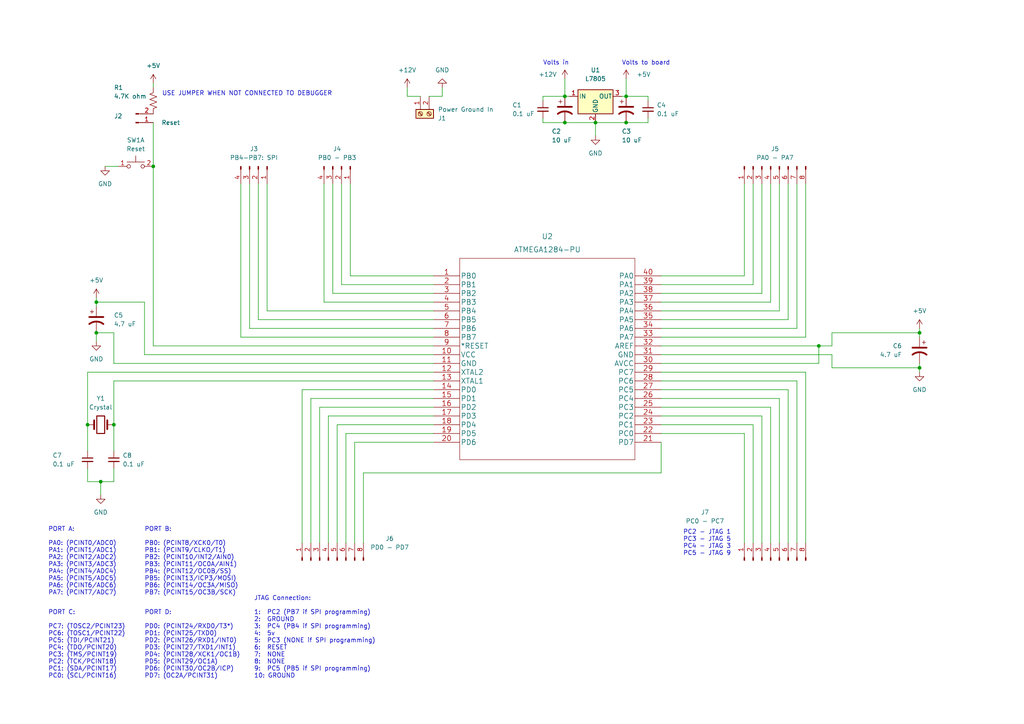
<source format=kicad_sch>
(kicad_sch (version 20211123) (generator eeschema)

  (uuid 937fc156-830e-4a61-ba29-fe3e49557ded)

  (paper "A4")

  (lib_symbols
    (symbol "Atmega1284:ATMEGA1284-PU" (pin_names (offset 0.254)) (in_bom yes) (on_board yes)
      (property "Reference" "U" (id 0) (at 33.02 10.16 0)
        (effects (font (size 1.524 1.524)))
      )
      (property "Value" "ATMEGA1284-PU" (id 1) (at 33.02 7.62 0)
        (effects (font (size 1.524 1.524)))
      )
      (property "Footprint" "40P6_ATM" (id 2) (at 33.02 6.096 0)
        (effects (font (size 1.524 1.524)) hide)
      )
      (property "Datasheet" "" (id 3) (at 0 0 0)
        (effects (font (size 1.524 1.524)))
      )
      (property "ki_locked" "" (id 4) (at 0 0 0)
        (effects (font (size 1.27 1.27)))
      )
      (property "ki_fp_filters" "40P6_ATM" (id 5) (at 0 0 0)
        (effects (font (size 1.27 1.27)) hide)
      )
      (symbol "ATMEGA1284-PU_1_1"
        (polyline
          (pts
            (xy 7.62 -53.34)
            (xy 58.42 -53.34)
          )
          (stroke (width 0.127) (type default) (color 0 0 0 0))
          (fill (type none))
        )
        (polyline
          (pts
            (xy 7.62 5.08)
            (xy 7.62 -53.34)
          )
          (stroke (width 0.127) (type default) (color 0 0 0 0))
          (fill (type none))
        )
        (polyline
          (pts
            (xy 58.42 -53.34)
            (xy 58.42 5.08)
          )
          (stroke (width 0.127) (type default) (color 0 0 0 0))
          (fill (type none))
        )
        (polyline
          (pts
            (xy 58.42 5.08)
            (xy 7.62 5.08)
          )
          (stroke (width 0.127) (type default) (color 0 0 0 0))
          (fill (type none))
        )
        (pin bidirectional line (at 0 0 0) (length 7.62)
          (name "PB0" (effects (font (size 1.4986 1.4986))))
          (number "1" (effects (font (size 1.4986 1.4986))))
        )
        (pin power_in line (at 0 -22.86 0) (length 7.62)
          (name "VCC" (effects (font (size 1.4986 1.4986))))
          (number "10" (effects (font (size 1.4986 1.4986))))
        )
        (pin power_in line (at 0 -25.4 0) (length 7.62)
          (name "GND" (effects (font (size 1.4986 1.4986))))
          (number "11" (effects (font (size 1.4986 1.4986))))
        )
        (pin output line (at 0 -27.94 0) (length 7.62)
          (name "XTAL2" (effects (font (size 1.4986 1.4986))))
          (number "12" (effects (font (size 1.4986 1.4986))))
        )
        (pin input line (at 0 -30.48 0) (length 7.62)
          (name "XTAL1" (effects (font (size 1.4986 1.4986))))
          (number "13" (effects (font (size 1.4986 1.4986))))
        )
        (pin bidirectional line (at 0 -33.02 0) (length 7.62)
          (name "PD0" (effects (font (size 1.4986 1.4986))))
          (number "14" (effects (font (size 1.4986 1.4986))))
        )
        (pin bidirectional line (at 0 -35.56 0) (length 7.62)
          (name "PD1" (effects (font (size 1.4986 1.4986))))
          (number "15" (effects (font (size 1.4986 1.4986))))
        )
        (pin bidirectional line (at 0 -38.1 0) (length 7.62)
          (name "PD2" (effects (font (size 1.4986 1.4986))))
          (number "16" (effects (font (size 1.4986 1.4986))))
        )
        (pin bidirectional line (at 0 -40.64 0) (length 7.62)
          (name "PD3" (effects (font (size 1.4986 1.4986))))
          (number "17" (effects (font (size 1.4986 1.4986))))
        )
        (pin bidirectional line (at 0 -43.18 0) (length 7.62)
          (name "PD4" (effects (font (size 1.4986 1.4986))))
          (number "18" (effects (font (size 1.4986 1.4986))))
        )
        (pin bidirectional line (at 0 -45.72 0) (length 7.62)
          (name "PD5" (effects (font (size 1.4986 1.4986))))
          (number "19" (effects (font (size 1.4986 1.4986))))
        )
        (pin bidirectional line (at 0 -2.54 0) (length 7.62)
          (name "PB1" (effects (font (size 1.4986 1.4986))))
          (number "2" (effects (font (size 1.4986 1.4986))))
        )
        (pin bidirectional line (at 0 -48.26 0) (length 7.62)
          (name "PD6" (effects (font (size 1.4986 1.4986))))
          (number "20" (effects (font (size 1.4986 1.4986))))
        )
        (pin bidirectional line (at 66.04 -48.26 180) (length 7.62)
          (name "PD7" (effects (font (size 1.4986 1.4986))))
          (number "21" (effects (font (size 1.4986 1.4986))))
        )
        (pin bidirectional line (at 66.04 -45.72 180) (length 7.62)
          (name "PC0" (effects (font (size 1.4986 1.4986))))
          (number "22" (effects (font (size 1.4986 1.4986))))
        )
        (pin bidirectional line (at 66.04 -43.18 180) (length 7.62)
          (name "PC1" (effects (font (size 1.4986 1.4986))))
          (number "23" (effects (font (size 1.4986 1.4986))))
        )
        (pin bidirectional line (at 66.04 -40.64 180) (length 7.62)
          (name "PC2" (effects (font (size 1.4986 1.4986))))
          (number "24" (effects (font (size 1.4986 1.4986))))
        )
        (pin bidirectional line (at 66.04 -38.1 180) (length 7.62)
          (name "PC3" (effects (font (size 1.4986 1.4986))))
          (number "25" (effects (font (size 1.4986 1.4986))))
        )
        (pin bidirectional line (at 66.04 -35.56 180) (length 7.62)
          (name "PC4" (effects (font (size 1.4986 1.4986))))
          (number "26" (effects (font (size 1.4986 1.4986))))
        )
        (pin bidirectional line (at 66.04 -33.02 180) (length 7.62)
          (name "PC5" (effects (font (size 1.4986 1.4986))))
          (number "27" (effects (font (size 1.4986 1.4986))))
        )
        (pin bidirectional line (at 66.04 -30.48 180) (length 7.62)
          (name "PC6" (effects (font (size 1.4986 1.4986))))
          (number "28" (effects (font (size 1.4986 1.4986))))
        )
        (pin bidirectional line (at 66.04 -27.94 180) (length 7.62)
          (name "PC7" (effects (font (size 1.4986 1.4986))))
          (number "29" (effects (font (size 1.4986 1.4986))))
        )
        (pin bidirectional line (at 0 -5.08 0) (length 7.62)
          (name "PB2" (effects (font (size 1.4986 1.4986))))
          (number "3" (effects (font (size 1.4986 1.4986))))
        )
        (pin power_in line (at 66.04 -25.4 180) (length 7.62)
          (name "AVCC" (effects (font (size 1.4986 1.4986))))
          (number "30" (effects (font (size 1.4986 1.4986))))
        )
        (pin power_in line (at 66.04 -22.86 180) (length 7.62)
          (name "GND" (effects (font (size 1.4986 1.4986))))
          (number "31" (effects (font (size 1.4986 1.4986))))
        )
        (pin unspecified line (at 66.04 -20.32 180) (length 7.62)
          (name "AREF" (effects (font (size 1.4986 1.4986))))
          (number "32" (effects (font (size 1.4986 1.4986))))
        )
        (pin bidirectional line (at 66.04 -17.78 180) (length 7.62)
          (name "PA7" (effects (font (size 1.4986 1.4986))))
          (number "33" (effects (font (size 1.4986 1.4986))))
        )
        (pin bidirectional line (at 66.04 -15.24 180) (length 7.62)
          (name "PA6" (effects (font (size 1.4986 1.4986))))
          (number "34" (effects (font (size 1.4986 1.4986))))
        )
        (pin bidirectional line (at 66.04 -12.7 180) (length 7.62)
          (name "PA5" (effects (font (size 1.4986 1.4986))))
          (number "35" (effects (font (size 1.4986 1.4986))))
        )
        (pin bidirectional line (at 66.04 -10.16 180) (length 7.62)
          (name "PA4" (effects (font (size 1.4986 1.4986))))
          (number "36" (effects (font (size 1.4986 1.4986))))
        )
        (pin bidirectional line (at 66.04 -7.62 180) (length 7.62)
          (name "PA3" (effects (font (size 1.4986 1.4986))))
          (number "37" (effects (font (size 1.4986 1.4986))))
        )
        (pin bidirectional line (at 66.04 -5.08 180) (length 7.62)
          (name "PA2" (effects (font (size 1.4986 1.4986))))
          (number "38" (effects (font (size 1.4986 1.4986))))
        )
        (pin bidirectional line (at 66.04 -2.54 180) (length 7.62)
          (name "PA1" (effects (font (size 1.4986 1.4986))))
          (number "39" (effects (font (size 1.4986 1.4986))))
        )
        (pin bidirectional line (at 0 -7.62 0) (length 7.62)
          (name "PB3" (effects (font (size 1.4986 1.4986))))
          (number "4" (effects (font (size 1.4986 1.4986))))
        )
        (pin bidirectional line (at 66.04 0 180) (length 7.62)
          (name "PA0" (effects (font (size 1.4986 1.4986))))
          (number "40" (effects (font (size 1.4986 1.4986))))
        )
        (pin bidirectional line (at 0 -10.16 0) (length 7.62)
          (name "PB4" (effects (font (size 1.4986 1.4986))))
          (number "5" (effects (font (size 1.4986 1.4986))))
        )
        (pin bidirectional line (at 0 -12.7 0) (length 7.62)
          (name "PB5" (effects (font (size 1.4986 1.4986))))
          (number "6" (effects (font (size 1.4986 1.4986))))
        )
        (pin bidirectional line (at 0 -15.24 0) (length 7.62)
          (name "PB6" (effects (font (size 1.4986 1.4986))))
          (number "7" (effects (font (size 1.4986 1.4986))))
        )
        (pin bidirectional line (at 0 -17.78 0) (length 7.62)
          (name "PB7" (effects (font (size 1.4986 1.4986))))
          (number "8" (effects (font (size 1.4986 1.4986))))
        )
        (pin input line (at 0 -20.32 0) (length 7.62)
          (name "*RESET" (effects (font (size 1.4986 1.4986))))
          (number "9" (effects (font (size 1.4986 1.4986))))
        )
      )
    )
    (symbol "Connector:Conn_01x02_Male" (pin_names (offset 1.016) hide) (in_bom yes) (on_board yes)
      (property "Reference" "J" (id 0) (at 0 2.54 0)
        (effects (font (size 1.27 1.27)))
      )
      (property "Value" "Conn_01x02_Male" (id 1) (at 0 -5.08 0)
        (effects (font (size 1.27 1.27)))
      )
      (property "Footprint" "" (id 2) (at 0 0 0)
        (effects (font (size 1.27 1.27)) hide)
      )
      (property "Datasheet" "~" (id 3) (at 0 0 0)
        (effects (font (size 1.27 1.27)) hide)
      )
      (property "ki_keywords" "connector" (id 4) (at 0 0 0)
        (effects (font (size 1.27 1.27)) hide)
      )
      (property "ki_description" "Generic connector, single row, 01x02, script generated (kicad-library-utils/schlib/autogen/connector/)" (id 5) (at 0 0 0)
        (effects (font (size 1.27 1.27)) hide)
      )
      (property "ki_fp_filters" "Connector*:*_1x??_*" (id 6) (at 0 0 0)
        (effects (font (size 1.27 1.27)) hide)
      )
      (symbol "Conn_01x02_Male_1_1"
        (polyline
          (pts
            (xy 1.27 -2.54)
            (xy 0.8636 -2.54)
          )
          (stroke (width 0.1524) (type default) (color 0 0 0 0))
          (fill (type none))
        )
        (polyline
          (pts
            (xy 1.27 0)
            (xy 0.8636 0)
          )
          (stroke (width 0.1524) (type default) (color 0 0 0 0))
          (fill (type none))
        )
        (rectangle (start 0.8636 -2.413) (end 0 -2.667)
          (stroke (width 0.1524) (type default) (color 0 0 0 0))
          (fill (type outline))
        )
        (rectangle (start 0.8636 0.127) (end 0 -0.127)
          (stroke (width 0.1524) (type default) (color 0 0 0 0))
          (fill (type outline))
        )
        (pin passive line (at 5.08 0 180) (length 3.81)
          (name "Pin_1" (effects (font (size 1.27 1.27))))
          (number "1" (effects (font (size 1.27 1.27))))
        )
        (pin passive line (at 5.08 -2.54 180) (length 3.81)
          (name "Pin_2" (effects (font (size 1.27 1.27))))
          (number "2" (effects (font (size 1.27 1.27))))
        )
      )
    )
    (symbol "Connector:Conn_01x04_Male" (pin_names (offset 1.016) hide) (in_bom yes) (on_board yes)
      (property "Reference" "J" (id 0) (at 0 5.08 0)
        (effects (font (size 1.27 1.27)))
      )
      (property "Value" "Conn_01x04_Male" (id 1) (at 0 -7.62 0)
        (effects (font (size 1.27 1.27)))
      )
      (property "Footprint" "" (id 2) (at 0 0 0)
        (effects (font (size 1.27 1.27)) hide)
      )
      (property "Datasheet" "~" (id 3) (at 0 0 0)
        (effects (font (size 1.27 1.27)) hide)
      )
      (property "ki_keywords" "connector" (id 4) (at 0 0 0)
        (effects (font (size 1.27 1.27)) hide)
      )
      (property "ki_description" "Generic connector, single row, 01x04, script generated (kicad-library-utils/schlib/autogen/connector/)" (id 5) (at 0 0 0)
        (effects (font (size 1.27 1.27)) hide)
      )
      (property "ki_fp_filters" "Connector*:*_1x??_*" (id 6) (at 0 0 0)
        (effects (font (size 1.27 1.27)) hide)
      )
      (symbol "Conn_01x04_Male_1_1"
        (polyline
          (pts
            (xy 1.27 -5.08)
            (xy 0.8636 -5.08)
          )
          (stroke (width 0.1524) (type default) (color 0 0 0 0))
          (fill (type none))
        )
        (polyline
          (pts
            (xy 1.27 -2.54)
            (xy 0.8636 -2.54)
          )
          (stroke (width 0.1524) (type default) (color 0 0 0 0))
          (fill (type none))
        )
        (polyline
          (pts
            (xy 1.27 0)
            (xy 0.8636 0)
          )
          (stroke (width 0.1524) (type default) (color 0 0 0 0))
          (fill (type none))
        )
        (polyline
          (pts
            (xy 1.27 2.54)
            (xy 0.8636 2.54)
          )
          (stroke (width 0.1524) (type default) (color 0 0 0 0))
          (fill (type none))
        )
        (rectangle (start 0.8636 -4.953) (end 0 -5.207)
          (stroke (width 0.1524) (type default) (color 0 0 0 0))
          (fill (type outline))
        )
        (rectangle (start 0.8636 -2.413) (end 0 -2.667)
          (stroke (width 0.1524) (type default) (color 0 0 0 0))
          (fill (type outline))
        )
        (rectangle (start 0.8636 0.127) (end 0 -0.127)
          (stroke (width 0.1524) (type default) (color 0 0 0 0))
          (fill (type outline))
        )
        (rectangle (start 0.8636 2.667) (end 0 2.413)
          (stroke (width 0.1524) (type default) (color 0 0 0 0))
          (fill (type outline))
        )
        (pin passive line (at 5.08 2.54 180) (length 3.81)
          (name "Pin_1" (effects (font (size 1.27 1.27))))
          (number "1" (effects (font (size 1.27 1.27))))
        )
        (pin passive line (at 5.08 0 180) (length 3.81)
          (name "Pin_2" (effects (font (size 1.27 1.27))))
          (number "2" (effects (font (size 1.27 1.27))))
        )
        (pin passive line (at 5.08 -2.54 180) (length 3.81)
          (name "Pin_3" (effects (font (size 1.27 1.27))))
          (number "3" (effects (font (size 1.27 1.27))))
        )
        (pin passive line (at 5.08 -5.08 180) (length 3.81)
          (name "Pin_4" (effects (font (size 1.27 1.27))))
          (number "4" (effects (font (size 1.27 1.27))))
        )
      )
    )
    (symbol "Connector:Conn_01x08_Male" (pin_names (offset 1.016) hide) (in_bom yes) (on_board yes)
      (property "Reference" "J" (id 0) (at 0 10.16 0)
        (effects (font (size 1.27 1.27)))
      )
      (property "Value" "Conn_01x08_Male" (id 1) (at 0 -12.7 0)
        (effects (font (size 1.27 1.27)))
      )
      (property "Footprint" "" (id 2) (at 0 0 0)
        (effects (font (size 1.27 1.27)) hide)
      )
      (property "Datasheet" "~" (id 3) (at 0 0 0)
        (effects (font (size 1.27 1.27)) hide)
      )
      (property "ki_keywords" "connector" (id 4) (at 0 0 0)
        (effects (font (size 1.27 1.27)) hide)
      )
      (property "ki_description" "Generic connector, single row, 01x08, script generated (kicad-library-utils/schlib/autogen/connector/)" (id 5) (at 0 0 0)
        (effects (font (size 1.27 1.27)) hide)
      )
      (property "ki_fp_filters" "Connector*:*_1x??_*" (id 6) (at 0 0 0)
        (effects (font (size 1.27 1.27)) hide)
      )
      (symbol "Conn_01x08_Male_1_1"
        (polyline
          (pts
            (xy 1.27 -10.16)
            (xy 0.8636 -10.16)
          )
          (stroke (width 0.1524) (type default) (color 0 0 0 0))
          (fill (type none))
        )
        (polyline
          (pts
            (xy 1.27 -7.62)
            (xy 0.8636 -7.62)
          )
          (stroke (width 0.1524) (type default) (color 0 0 0 0))
          (fill (type none))
        )
        (polyline
          (pts
            (xy 1.27 -5.08)
            (xy 0.8636 -5.08)
          )
          (stroke (width 0.1524) (type default) (color 0 0 0 0))
          (fill (type none))
        )
        (polyline
          (pts
            (xy 1.27 -2.54)
            (xy 0.8636 -2.54)
          )
          (stroke (width 0.1524) (type default) (color 0 0 0 0))
          (fill (type none))
        )
        (polyline
          (pts
            (xy 1.27 0)
            (xy 0.8636 0)
          )
          (stroke (width 0.1524) (type default) (color 0 0 0 0))
          (fill (type none))
        )
        (polyline
          (pts
            (xy 1.27 2.54)
            (xy 0.8636 2.54)
          )
          (stroke (width 0.1524) (type default) (color 0 0 0 0))
          (fill (type none))
        )
        (polyline
          (pts
            (xy 1.27 5.08)
            (xy 0.8636 5.08)
          )
          (stroke (width 0.1524) (type default) (color 0 0 0 0))
          (fill (type none))
        )
        (polyline
          (pts
            (xy 1.27 7.62)
            (xy 0.8636 7.62)
          )
          (stroke (width 0.1524) (type default) (color 0 0 0 0))
          (fill (type none))
        )
        (rectangle (start 0.8636 -10.033) (end 0 -10.287)
          (stroke (width 0.1524) (type default) (color 0 0 0 0))
          (fill (type outline))
        )
        (rectangle (start 0.8636 -7.493) (end 0 -7.747)
          (stroke (width 0.1524) (type default) (color 0 0 0 0))
          (fill (type outline))
        )
        (rectangle (start 0.8636 -4.953) (end 0 -5.207)
          (stroke (width 0.1524) (type default) (color 0 0 0 0))
          (fill (type outline))
        )
        (rectangle (start 0.8636 -2.413) (end 0 -2.667)
          (stroke (width 0.1524) (type default) (color 0 0 0 0))
          (fill (type outline))
        )
        (rectangle (start 0.8636 0.127) (end 0 -0.127)
          (stroke (width 0.1524) (type default) (color 0 0 0 0))
          (fill (type outline))
        )
        (rectangle (start 0.8636 2.667) (end 0 2.413)
          (stroke (width 0.1524) (type default) (color 0 0 0 0))
          (fill (type outline))
        )
        (rectangle (start 0.8636 5.207) (end 0 4.953)
          (stroke (width 0.1524) (type default) (color 0 0 0 0))
          (fill (type outline))
        )
        (rectangle (start 0.8636 7.747) (end 0 7.493)
          (stroke (width 0.1524) (type default) (color 0 0 0 0))
          (fill (type outline))
        )
        (pin passive line (at 5.08 7.62 180) (length 3.81)
          (name "Pin_1" (effects (font (size 1.27 1.27))))
          (number "1" (effects (font (size 1.27 1.27))))
        )
        (pin passive line (at 5.08 5.08 180) (length 3.81)
          (name "Pin_2" (effects (font (size 1.27 1.27))))
          (number "2" (effects (font (size 1.27 1.27))))
        )
        (pin passive line (at 5.08 2.54 180) (length 3.81)
          (name "Pin_3" (effects (font (size 1.27 1.27))))
          (number "3" (effects (font (size 1.27 1.27))))
        )
        (pin passive line (at 5.08 0 180) (length 3.81)
          (name "Pin_4" (effects (font (size 1.27 1.27))))
          (number "4" (effects (font (size 1.27 1.27))))
        )
        (pin passive line (at 5.08 -2.54 180) (length 3.81)
          (name "Pin_5" (effects (font (size 1.27 1.27))))
          (number "5" (effects (font (size 1.27 1.27))))
        )
        (pin passive line (at 5.08 -5.08 180) (length 3.81)
          (name "Pin_6" (effects (font (size 1.27 1.27))))
          (number "6" (effects (font (size 1.27 1.27))))
        )
        (pin passive line (at 5.08 -7.62 180) (length 3.81)
          (name "Pin_7" (effects (font (size 1.27 1.27))))
          (number "7" (effects (font (size 1.27 1.27))))
        )
        (pin passive line (at 5.08 -10.16 180) (length 3.81)
          (name "Pin_8" (effects (font (size 1.27 1.27))))
          (number "8" (effects (font (size 1.27 1.27))))
        )
      )
    )
    (symbol "Connector:Screw_Terminal_01x02" (pin_names (offset 1.016) hide) (in_bom yes) (on_board yes)
      (property "Reference" "J" (id 0) (at 0 2.54 0)
        (effects (font (size 1.27 1.27)))
      )
      (property "Value" "Screw_Terminal_01x02" (id 1) (at 0 -5.08 0)
        (effects (font (size 1.27 1.27)))
      )
      (property "Footprint" "" (id 2) (at 0 0 0)
        (effects (font (size 1.27 1.27)) hide)
      )
      (property "Datasheet" "~" (id 3) (at 0 0 0)
        (effects (font (size 1.27 1.27)) hide)
      )
      (property "ki_keywords" "screw terminal" (id 4) (at 0 0 0)
        (effects (font (size 1.27 1.27)) hide)
      )
      (property "ki_description" "Generic screw terminal, single row, 01x02, script generated (kicad-library-utils/schlib/autogen/connector/)" (id 5) (at 0 0 0)
        (effects (font (size 1.27 1.27)) hide)
      )
      (property "ki_fp_filters" "TerminalBlock*:*" (id 6) (at 0 0 0)
        (effects (font (size 1.27 1.27)) hide)
      )
      (symbol "Screw_Terminal_01x02_1_1"
        (rectangle (start -1.27 1.27) (end 1.27 -3.81)
          (stroke (width 0.254) (type default) (color 0 0 0 0))
          (fill (type background))
        )
        (circle (center 0 -2.54) (radius 0.635)
          (stroke (width 0.1524) (type default) (color 0 0 0 0))
          (fill (type none))
        )
        (polyline
          (pts
            (xy -0.5334 -2.2098)
            (xy 0.3302 -3.048)
          )
          (stroke (width 0.1524) (type default) (color 0 0 0 0))
          (fill (type none))
        )
        (polyline
          (pts
            (xy -0.5334 0.3302)
            (xy 0.3302 -0.508)
          )
          (stroke (width 0.1524) (type default) (color 0 0 0 0))
          (fill (type none))
        )
        (polyline
          (pts
            (xy -0.3556 -2.032)
            (xy 0.508 -2.8702)
          )
          (stroke (width 0.1524) (type default) (color 0 0 0 0))
          (fill (type none))
        )
        (polyline
          (pts
            (xy -0.3556 0.508)
            (xy 0.508 -0.3302)
          )
          (stroke (width 0.1524) (type default) (color 0 0 0 0))
          (fill (type none))
        )
        (circle (center 0 0) (radius 0.635)
          (stroke (width 0.1524) (type default) (color 0 0 0 0))
          (fill (type none))
        )
        (pin passive line (at -5.08 0 0) (length 3.81)
          (name "Pin_1" (effects (font (size 1.27 1.27))))
          (number "1" (effects (font (size 1.27 1.27))))
        )
        (pin passive line (at -5.08 -2.54 0) (length 3.81)
          (name "Pin_2" (effects (font (size 1.27 1.27))))
          (number "2" (effects (font (size 1.27 1.27))))
        )
      )
    )
    (symbol "Device:C_Polarized_US" (pin_numbers hide) (pin_names (offset 0.254) hide) (in_bom yes) (on_board yes)
      (property "Reference" "C" (id 0) (at 0.635 2.54 0)
        (effects (font (size 1.27 1.27)) (justify left))
      )
      (property "Value" "C_Polarized_US" (id 1) (at 0.635 -2.54 0)
        (effects (font (size 1.27 1.27)) (justify left))
      )
      (property "Footprint" "" (id 2) (at 0 0 0)
        (effects (font (size 1.27 1.27)) hide)
      )
      (property "Datasheet" "~" (id 3) (at 0 0 0)
        (effects (font (size 1.27 1.27)) hide)
      )
      (property "ki_keywords" "cap capacitor" (id 4) (at 0 0 0)
        (effects (font (size 1.27 1.27)) hide)
      )
      (property "ki_description" "Polarized capacitor, US symbol" (id 5) (at 0 0 0)
        (effects (font (size 1.27 1.27)) hide)
      )
      (property "ki_fp_filters" "CP_*" (id 6) (at 0 0 0)
        (effects (font (size 1.27 1.27)) hide)
      )
      (symbol "C_Polarized_US_0_1"
        (polyline
          (pts
            (xy -2.032 0.762)
            (xy 2.032 0.762)
          )
          (stroke (width 0.508) (type default) (color 0 0 0 0))
          (fill (type none))
        )
        (polyline
          (pts
            (xy -1.778 2.286)
            (xy -0.762 2.286)
          )
          (stroke (width 0) (type default) (color 0 0 0 0))
          (fill (type none))
        )
        (polyline
          (pts
            (xy -1.27 1.778)
            (xy -1.27 2.794)
          )
          (stroke (width 0) (type default) (color 0 0 0 0))
          (fill (type none))
        )
        (arc (start 2.032 -1.27) (mid 0 -0.5572) (end -2.032 -1.27)
          (stroke (width 0.508) (type default) (color 0 0 0 0))
          (fill (type none))
        )
      )
      (symbol "C_Polarized_US_1_1"
        (pin passive line (at 0 3.81 270) (length 2.794)
          (name "~" (effects (font (size 1.27 1.27))))
          (number "1" (effects (font (size 1.27 1.27))))
        )
        (pin passive line (at 0 -3.81 90) (length 3.302)
          (name "~" (effects (font (size 1.27 1.27))))
          (number "2" (effects (font (size 1.27 1.27))))
        )
      )
    )
    (symbol "Device:C_Small" (pin_numbers hide) (pin_names (offset 0.254) hide) (in_bom yes) (on_board yes)
      (property "Reference" "C" (id 0) (at 0.254 1.778 0)
        (effects (font (size 1.27 1.27)) (justify left))
      )
      (property "Value" "C_Small" (id 1) (at 0.254 -2.032 0)
        (effects (font (size 1.27 1.27)) (justify left))
      )
      (property "Footprint" "" (id 2) (at 0 0 0)
        (effects (font (size 1.27 1.27)) hide)
      )
      (property "Datasheet" "~" (id 3) (at 0 0 0)
        (effects (font (size 1.27 1.27)) hide)
      )
      (property "ki_keywords" "capacitor cap" (id 4) (at 0 0 0)
        (effects (font (size 1.27 1.27)) hide)
      )
      (property "ki_description" "Unpolarized capacitor, small symbol" (id 5) (at 0 0 0)
        (effects (font (size 1.27 1.27)) hide)
      )
      (property "ki_fp_filters" "C_*" (id 6) (at 0 0 0)
        (effects (font (size 1.27 1.27)) hide)
      )
      (symbol "C_Small_0_1"
        (polyline
          (pts
            (xy -1.524 -0.508)
            (xy 1.524 -0.508)
          )
          (stroke (width 0.3302) (type default) (color 0 0 0 0))
          (fill (type none))
        )
        (polyline
          (pts
            (xy -1.524 0.508)
            (xy 1.524 0.508)
          )
          (stroke (width 0.3048) (type default) (color 0 0 0 0))
          (fill (type none))
        )
      )
      (symbol "C_Small_1_1"
        (pin passive line (at 0 2.54 270) (length 2.032)
          (name "~" (effects (font (size 1.27 1.27))))
          (number "1" (effects (font (size 1.27 1.27))))
        )
        (pin passive line (at 0 -2.54 90) (length 2.032)
          (name "~" (effects (font (size 1.27 1.27))))
          (number "2" (effects (font (size 1.27 1.27))))
        )
      )
    )
    (symbol "Device:Crystal" (pin_numbers hide) (pin_names (offset 1.016) hide) (in_bom yes) (on_board yes)
      (property "Reference" "Y" (id 0) (at 0 3.81 0)
        (effects (font (size 1.27 1.27)))
      )
      (property "Value" "Crystal" (id 1) (at 0 -3.81 0)
        (effects (font (size 1.27 1.27)))
      )
      (property "Footprint" "" (id 2) (at 0 0 0)
        (effects (font (size 1.27 1.27)) hide)
      )
      (property "Datasheet" "~" (id 3) (at 0 0 0)
        (effects (font (size 1.27 1.27)) hide)
      )
      (property "ki_keywords" "quartz ceramic resonator oscillator" (id 4) (at 0 0 0)
        (effects (font (size 1.27 1.27)) hide)
      )
      (property "ki_description" "Two pin crystal" (id 5) (at 0 0 0)
        (effects (font (size 1.27 1.27)) hide)
      )
      (property "ki_fp_filters" "Crystal*" (id 6) (at 0 0 0)
        (effects (font (size 1.27 1.27)) hide)
      )
      (symbol "Crystal_0_1"
        (rectangle (start -1.143 2.54) (end 1.143 -2.54)
          (stroke (width 0.3048) (type default) (color 0 0 0 0))
          (fill (type none))
        )
        (polyline
          (pts
            (xy -2.54 0)
            (xy -1.905 0)
          )
          (stroke (width 0) (type default) (color 0 0 0 0))
          (fill (type none))
        )
        (polyline
          (pts
            (xy -1.905 -1.27)
            (xy -1.905 1.27)
          )
          (stroke (width 0.508) (type default) (color 0 0 0 0))
          (fill (type none))
        )
        (polyline
          (pts
            (xy 1.905 -1.27)
            (xy 1.905 1.27)
          )
          (stroke (width 0.508) (type default) (color 0 0 0 0))
          (fill (type none))
        )
        (polyline
          (pts
            (xy 2.54 0)
            (xy 1.905 0)
          )
          (stroke (width 0) (type default) (color 0 0 0 0))
          (fill (type none))
        )
      )
      (symbol "Crystal_1_1"
        (pin passive line (at -3.81 0 0) (length 1.27)
          (name "1" (effects (font (size 1.27 1.27))))
          (number "1" (effects (font (size 1.27 1.27))))
        )
        (pin passive line (at 3.81 0 180) (length 1.27)
          (name "2" (effects (font (size 1.27 1.27))))
          (number "2" (effects (font (size 1.27 1.27))))
        )
      )
    )
    (symbol "Device:R_US" (pin_numbers hide) (pin_names (offset 0)) (in_bom yes) (on_board yes)
      (property "Reference" "R" (id 0) (at 2.54 0 90)
        (effects (font (size 1.27 1.27)))
      )
      (property "Value" "R_US" (id 1) (at -2.54 0 90)
        (effects (font (size 1.27 1.27)))
      )
      (property "Footprint" "" (id 2) (at 1.016 -0.254 90)
        (effects (font (size 1.27 1.27)) hide)
      )
      (property "Datasheet" "~" (id 3) (at 0 0 0)
        (effects (font (size 1.27 1.27)) hide)
      )
      (property "ki_keywords" "R res resistor" (id 4) (at 0 0 0)
        (effects (font (size 1.27 1.27)) hide)
      )
      (property "ki_description" "Resistor, US symbol" (id 5) (at 0 0 0)
        (effects (font (size 1.27 1.27)) hide)
      )
      (property "ki_fp_filters" "R_*" (id 6) (at 0 0 0)
        (effects (font (size 1.27 1.27)) hide)
      )
      (symbol "R_US_0_1"
        (polyline
          (pts
            (xy 0 -2.286)
            (xy 0 -2.54)
          )
          (stroke (width 0) (type default) (color 0 0 0 0))
          (fill (type none))
        )
        (polyline
          (pts
            (xy 0 2.286)
            (xy 0 2.54)
          )
          (stroke (width 0) (type default) (color 0 0 0 0))
          (fill (type none))
        )
        (polyline
          (pts
            (xy 0 -0.762)
            (xy 1.016 -1.143)
            (xy 0 -1.524)
            (xy -1.016 -1.905)
            (xy 0 -2.286)
          )
          (stroke (width 0) (type default) (color 0 0 0 0))
          (fill (type none))
        )
        (polyline
          (pts
            (xy 0 0.762)
            (xy 1.016 0.381)
            (xy 0 0)
            (xy -1.016 -0.381)
            (xy 0 -0.762)
          )
          (stroke (width 0) (type default) (color 0 0 0 0))
          (fill (type none))
        )
        (polyline
          (pts
            (xy 0 2.286)
            (xy 1.016 1.905)
            (xy 0 1.524)
            (xy -1.016 1.143)
            (xy 0 0.762)
          )
          (stroke (width 0) (type default) (color 0 0 0 0))
          (fill (type none))
        )
      )
      (symbol "R_US_1_1"
        (pin passive line (at 0 3.81 270) (length 1.27)
          (name "~" (effects (font (size 1.27 1.27))))
          (number "1" (effects (font (size 1.27 1.27))))
        )
        (pin passive line (at 0 -3.81 90) (length 1.27)
          (name "~" (effects (font (size 1.27 1.27))))
          (number "2" (effects (font (size 1.27 1.27))))
        )
      )
    )
    (symbol "Regulator_Linear:L7805" (pin_names (offset 0.254)) (in_bom yes) (on_board yes)
      (property "Reference" "U" (id 0) (at -3.81 3.175 0)
        (effects (font (size 1.27 1.27)))
      )
      (property "Value" "L7805" (id 1) (at 0 3.175 0)
        (effects (font (size 1.27 1.27)) (justify left))
      )
      (property "Footprint" "" (id 2) (at 0.635 -3.81 0)
        (effects (font (size 1.27 1.27) italic) (justify left) hide)
      )
      (property "Datasheet" "http://www.st.com/content/ccc/resource/technical/document/datasheet/41/4f/b3/b0/12/d4/47/88/CD00000444.pdf/files/CD00000444.pdf/jcr:content/translations/en.CD00000444.pdf" (id 3) (at 0 -1.27 0)
        (effects (font (size 1.27 1.27)) hide)
      )
      (property "ki_keywords" "Voltage Regulator 1.5A Positive" (id 4) (at 0 0 0)
        (effects (font (size 1.27 1.27)) hide)
      )
      (property "ki_description" "Positive 1.5A 35V Linear Regulator, Fixed Output 5V, TO-220/TO-263/TO-252" (id 5) (at 0 0 0)
        (effects (font (size 1.27 1.27)) hide)
      )
      (property "ki_fp_filters" "TO?252* TO?263* TO?220*" (id 6) (at 0 0 0)
        (effects (font (size 1.27 1.27)) hide)
      )
      (symbol "L7805_0_1"
        (rectangle (start -5.08 1.905) (end 5.08 -5.08)
          (stroke (width 0.254) (type default) (color 0 0 0 0))
          (fill (type background))
        )
      )
      (symbol "L7805_1_1"
        (pin power_in line (at -7.62 0 0) (length 2.54)
          (name "IN" (effects (font (size 1.27 1.27))))
          (number "1" (effects (font (size 1.27 1.27))))
        )
        (pin power_in line (at 0 -7.62 90) (length 2.54)
          (name "GND" (effects (font (size 1.27 1.27))))
          (number "2" (effects (font (size 1.27 1.27))))
        )
        (pin power_out line (at 7.62 0 180) (length 2.54)
          (name "OUT" (effects (font (size 1.27 1.27))))
          (number "3" (effects (font (size 1.27 1.27))))
        )
      )
    )
    (symbol "Switch:SW_Push_Dual_x2" (pin_names (offset 1.016) hide) (in_bom yes) (on_board yes)
      (property "Reference" "SW" (id 0) (at 1.27 2.54 0)
        (effects (font (size 1.27 1.27)) (justify left))
      )
      (property "Value" "SW_Push_Dual_x2" (id 1) (at 0 -1.524 0)
        (effects (font (size 1.27 1.27)))
      )
      (property "Footprint" "" (id 2) (at 0 5.08 0)
        (effects (font (size 1.27 1.27)) hide)
      )
      (property "Datasheet" "~" (id 3) (at 0 5.08 0)
        (effects (font (size 1.27 1.27)) hide)
      )
      (property "ki_keywords" "switch normally-open pushbutton push-button" (id 4) (at 0 0 0)
        (effects (font (size 1.27 1.27)) hide)
      )
      (property "ki_description" "Push button switch, generic, separate symbols, four pins" (id 5) (at 0 0 0)
        (effects (font (size 1.27 1.27)) hide)
      )
      (symbol "SW_Push_Dual_x2_0_1"
        (circle (center -2.032 0) (radius 0.508)
          (stroke (width 0) (type default) (color 0 0 0 0))
          (fill (type none))
        )
        (polyline
          (pts
            (xy 0 1.27)
            (xy 0 3.048)
          )
          (stroke (width 0) (type default) (color 0 0 0 0))
          (fill (type none))
        )
        (polyline
          (pts
            (xy 2.54 1.27)
            (xy -2.54 1.27)
          )
          (stroke (width 0) (type default) (color 0 0 0 0))
          (fill (type none))
        )
        (circle (center 2.032 0) (radius 0.508)
          (stroke (width 0) (type default) (color 0 0 0 0))
          (fill (type none))
        )
      )
      (symbol "SW_Push_Dual_x2_1_1"
        (pin passive line (at -5.08 0 0) (length 2.54)
          (name "C" (effects (font (size 1.27 1.27))))
          (number "1" (effects (font (size 1.27 1.27))))
        )
        (pin passive line (at 5.08 0 180) (length 2.54)
          (name "D" (effects (font (size 1.27 1.27))))
          (number "2" (effects (font (size 1.27 1.27))))
        )
      )
      (symbol "SW_Push_Dual_x2_2_1"
        (pin passive line (at -5.08 0 0) (length 2.54)
          (name "C" (effects (font (size 1.27 1.27))))
          (number "3" (effects (font (size 1.27 1.27))))
        )
        (pin passive line (at 5.08 0 180) (length 2.54)
          (name "D" (effects (font (size 1.27 1.27))))
          (number "4" (effects (font (size 1.27 1.27))))
        )
      )
    )
    (symbol "power:+12V" (power) (pin_names (offset 0)) (in_bom yes) (on_board yes)
      (property "Reference" "#PWR" (id 0) (at 0 -3.81 0)
        (effects (font (size 1.27 1.27)) hide)
      )
      (property "Value" "+12V" (id 1) (at 0 3.556 0)
        (effects (font (size 1.27 1.27)))
      )
      (property "Footprint" "" (id 2) (at 0 0 0)
        (effects (font (size 1.27 1.27)) hide)
      )
      (property "Datasheet" "" (id 3) (at 0 0 0)
        (effects (font (size 1.27 1.27)) hide)
      )
      (property "ki_keywords" "power-flag" (id 4) (at 0 0 0)
        (effects (font (size 1.27 1.27)) hide)
      )
      (property "ki_description" "Power symbol creates a global label with name \"+12V\"" (id 5) (at 0 0 0)
        (effects (font (size 1.27 1.27)) hide)
      )
      (symbol "+12V_0_1"
        (polyline
          (pts
            (xy -0.762 1.27)
            (xy 0 2.54)
          )
          (stroke (width 0) (type default) (color 0 0 0 0))
          (fill (type none))
        )
        (polyline
          (pts
            (xy 0 0)
            (xy 0 2.54)
          )
          (stroke (width 0) (type default) (color 0 0 0 0))
          (fill (type none))
        )
        (polyline
          (pts
            (xy 0 2.54)
            (xy 0.762 1.27)
          )
          (stroke (width 0) (type default) (color 0 0 0 0))
          (fill (type none))
        )
      )
      (symbol "+12V_1_1"
        (pin power_in line (at 0 0 90) (length 0) hide
          (name "+12V" (effects (font (size 1.27 1.27))))
          (number "1" (effects (font (size 1.27 1.27))))
        )
      )
    )
    (symbol "power:+5V" (power) (pin_names (offset 0)) (in_bom yes) (on_board yes)
      (property "Reference" "#PWR" (id 0) (at 0 -3.81 0)
        (effects (font (size 1.27 1.27)) hide)
      )
      (property "Value" "+5V" (id 1) (at 0 3.556 0)
        (effects (font (size 1.27 1.27)))
      )
      (property "Footprint" "" (id 2) (at 0 0 0)
        (effects (font (size 1.27 1.27)) hide)
      )
      (property "Datasheet" "" (id 3) (at 0 0 0)
        (effects (font (size 1.27 1.27)) hide)
      )
      (property "ki_keywords" "power-flag" (id 4) (at 0 0 0)
        (effects (font (size 1.27 1.27)) hide)
      )
      (property "ki_description" "Power symbol creates a global label with name \"+5V\"" (id 5) (at 0 0 0)
        (effects (font (size 1.27 1.27)) hide)
      )
      (symbol "+5V_0_1"
        (polyline
          (pts
            (xy -0.762 1.27)
            (xy 0 2.54)
          )
          (stroke (width 0) (type default) (color 0 0 0 0))
          (fill (type none))
        )
        (polyline
          (pts
            (xy 0 0)
            (xy 0 2.54)
          )
          (stroke (width 0) (type default) (color 0 0 0 0))
          (fill (type none))
        )
        (polyline
          (pts
            (xy 0 2.54)
            (xy 0.762 1.27)
          )
          (stroke (width 0) (type default) (color 0 0 0 0))
          (fill (type none))
        )
      )
      (symbol "+5V_1_1"
        (pin power_in line (at 0 0 90) (length 0) hide
          (name "+5V" (effects (font (size 1.27 1.27))))
          (number "1" (effects (font (size 1.27 1.27))))
        )
      )
    )
    (symbol "power:GND" (power) (pin_names (offset 0)) (in_bom yes) (on_board yes)
      (property "Reference" "#PWR" (id 0) (at 0 -6.35 0)
        (effects (font (size 1.27 1.27)) hide)
      )
      (property "Value" "GND" (id 1) (at 0 -3.81 0)
        (effects (font (size 1.27 1.27)))
      )
      (property "Footprint" "" (id 2) (at 0 0 0)
        (effects (font (size 1.27 1.27)) hide)
      )
      (property "Datasheet" "" (id 3) (at 0 0 0)
        (effects (font (size 1.27 1.27)) hide)
      )
      (property "ki_keywords" "power-flag" (id 4) (at 0 0 0)
        (effects (font (size 1.27 1.27)) hide)
      )
      (property "ki_description" "Power symbol creates a global label with name \"GND\" , ground" (id 5) (at 0 0 0)
        (effects (font (size 1.27 1.27)) hide)
      )
      (symbol "GND_0_1"
        (polyline
          (pts
            (xy 0 0)
            (xy 0 -1.27)
            (xy 1.27 -1.27)
            (xy 0 -2.54)
            (xy -1.27 -1.27)
            (xy 0 -1.27)
          )
          (stroke (width 0) (type default) (color 0 0 0 0))
          (fill (type none))
        )
      )
      (symbol "GND_1_1"
        (pin power_in line (at 0 0 270) (length 0) hide
          (name "GND" (effects (font (size 1.27 1.27))))
          (number "1" (effects (font (size 1.27 1.27))))
        )
      )
    )
  )

  (junction (at 181.61 27.94) (diameter 0) (color 0 0 0 0)
    (uuid 1718c01a-4b32-40fe-b2cd-9b7e4555c56e)
  )
  (junction (at 33.02 123.19) (diameter 0) (color 0 0 0 0)
    (uuid 2d98436d-f7d0-492e-932a-9acd3b76f04e)
  )
  (junction (at 172.72 35.56) (diameter 0) (color 0 0 0 0)
    (uuid 4bac091f-b558-41b2-9b4e-75d66b5e4263)
  )
  (junction (at 163.83 27.94) (diameter 0) (color 0 0 0 0)
    (uuid 52cfdce6-fdcc-4958-adfb-25f9dccdbbd1)
  )
  (junction (at 181.61 35.56) (diameter 0) (color 0 0 0 0)
    (uuid 667dfff0-0e69-4570-9cc1-503c8a4aa61d)
  )
  (junction (at 27.94 96.52) (diameter 0) (color 0 0 0 0)
    (uuid 78e5337f-cea5-44e5-a4ac-241204c3acf8)
  )
  (junction (at 25.4 123.19) (diameter 0) (color 0 0 0 0)
    (uuid 80687b51-11ea-4b0e-bed5-e0f57fc51624)
  )
  (junction (at 266.7 106.68) (diameter 0) (color 0 0 0 0)
    (uuid 855b667b-9a25-4a0b-81ab-a0e32b6d7a3b)
  )
  (junction (at 29.21 139.7) (diameter 0) (color 0 0 0 0)
    (uuid 9973dc63-b0f9-4c0f-99b4-83e194e224ef)
  )
  (junction (at 27.94 87.63) (diameter 0) (color 0 0 0 0)
    (uuid 9973eeb5-ae71-480f-b09e-0d98f22ef875)
  )
  (junction (at 266.7 96.52) (diameter 0) (color 0 0 0 0)
    (uuid ada4e9be-9279-470b-8074-5cbaecab1fa7)
  )
  (junction (at 237.49 100.33) (diameter 0) (color 0 0 0 0)
    (uuid c80c0e65-8e7a-4e59-bd9a-aca2bdfad5e9)
  )
  (junction (at 163.83 35.56) (diameter 0) (color 0 0 0 0)
    (uuid e5e7c3ed-4f16-4cbd-a81f-daac3846eabe)
  )
  (junction (at 44.45 48.26) (diameter 0) (color 0 0 0 0)
    (uuid f36aaa3c-9a7d-43ab-b62a-8f3cbd185c23)
  )

  (wire (pts (xy 266.7 95.25) (xy 266.7 96.52))
    (stroke (width 0) (type default) (color 0 0 0 0))
    (uuid 04df68ef-d85e-4ce0-9002-b9c31ec3e2a0)
  )
  (wire (pts (xy 191.77 137.16) (xy 105.41 137.16))
    (stroke (width 0) (type default) (color 0 0 0 0))
    (uuid 06c4d66c-3830-4bff-a458-19a6522fc0e0)
  )
  (wire (pts (xy 97.79 157.48) (xy 97.79 123.19))
    (stroke (width 0) (type default) (color 0 0 0 0))
    (uuid 0780aafb-6e6c-40f4-931c-49965eee04b9)
  )
  (wire (pts (xy 29.21 139.7) (xy 33.02 139.7))
    (stroke (width 0) (type default) (color 0 0 0 0))
    (uuid 0983692a-67c8-40e9-9c35-81dbe0a77a9d)
  )
  (wire (pts (xy 228.6 53.34) (xy 228.6 92.71))
    (stroke (width 0) (type default) (color 0 0 0 0))
    (uuid 09f738d2-1141-4e32-9df7-b0baf4335eeb)
  )
  (wire (pts (xy 231.14 53.34) (xy 231.14 95.25))
    (stroke (width 0) (type default) (color 0 0 0 0))
    (uuid 0be78740-021f-426b-9b0f-041f1d1cdaa2)
  )
  (wire (pts (xy 191.77 95.25) (xy 231.14 95.25))
    (stroke (width 0) (type default) (color 0 0 0 0))
    (uuid 0c7acee9-ade5-4514-93c0-a9634ed7e78f)
  )
  (wire (pts (xy 157.48 35.56) (xy 163.83 35.56))
    (stroke (width 0) (type default) (color 0 0 0 0))
    (uuid 0e5d19e2-3956-4647-bc24-7a7ea9849280)
  )
  (wire (pts (xy 191.77 125.73) (xy 215.9 125.73))
    (stroke (width 0) (type default) (color 0 0 0 0))
    (uuid 0f66bb3b-2cc8-49b1-9b8d-637fdb306bba)
  )
  (wire (pts (xy 237.49 100.33) (xy 237.49 105.41))
    (stroke (width 0) (type default) (color 0 0 0 0))
    (uuid 0fea65cb-6d90-430b-9ad9-e2bc2f68dd56)
  )
  (wire (pts (xy 25.4 107.95) (xy 25.4 123.19))
    (stroke (width 0) (type default) (color 0 0 0 0))
    (uuid 14725033-274c-4ae0-b5c4-0a8b2893d794)
  )
  (wire (pts (xy 191.77 128.27) (xy 191.77 137.16))
    (stroke (width 0) (type default) (color 0 0 0 0))
    (uuid 157c970c-62a9-4f7e-85a3-b911f9522dbb)
  )
  (wire (pts (xy 101.6 53.34) (xy 101.6 80.01))
    (stroke (width 0) (type default) (color 0 0 0 0))
    (uuid 1a42aef7-0c1b-4ad6-b2ff-5e909e0dbae0)
  )
  (wire (pts (xy 191.77 110.49) (xy 231.14 110.49))
    (stroke (width 0) (type default) (color 0 0 0 0))
    (uuid 1d0246e5-58fc-4f6a-b2ba-37bf82a93c6f)
  )
  (wire (pts (xy 125.73 80.01) (xy 101.6 80.01))
    (stroke (width 0) (type default) (color 0 0 0 0))
    (uuid 1f740f16-dfaa-4849-ade2-945c3fc22fbe)
  )
  (wire (pts (xy 121.92 27.94) (xy 118.11 27.94))
    (stroke (width 0) (type default) (color 0 0 0 0))
    (uuid 200c8cbe-46f6-4d82-9a76-a4272d7084d9)
  )
  (wire (pts (xy 191.77 105.41) (xy 237.49 105.41))
    (stroke (width 0) (type default) (color 0 0 0 0))
    (uuid 26a0683a-13fb-4ac1-aa93-3b1cb8a0df6e)
  )
  (wire (pts (xy 33.02 139.7) (xy 33.02 135.89))
    (stroke (width 0) (type default) (color 0 0 0 0))
    (uuid 27b375a8-f968-45da-b743-37be4755cb5c)
  )
  (wire (pts (xy 125.73 95.25) (xy 72.39 95.25))
    (stroke (width 0) (type default) (color 0 0 0 0))
    (uuid 2bc1cee7-daab-49fc-b07d-ea06406d6b73)
  )
  (wire (pts (xy 191.77 100.33) (xy 237.49 100.33))
    (stroke (width 0) (type default) (color 0 0 0 0))
    (uuid 2d871e14-8e53-4baa-903f-06dbc94db1aa)
  )
  (wire (pts (xy 163.83 35.56) (xy 172.72 35.56))
    (stroke (width 0) (type default) (color 0 0 0 0))
    (uuid 2e6f831b-3e6a-48e2-bc93-ec2b71ae5f9c)
  )
  (wire (pts (xy 41.91 102.87) (xy 125.73 102.87))
    (stroke (width 0) (type default) (color 0 0 0 0))
    (uuid 3aaff232-25fc-4697-b541-ff0c101e71d8)
  )
  (wire (pts (xy 29.21 139.7) (xy 29.21 143.51))
    (stroke (width 0) (type default) (color 0 0 0 0))
    (uuid 3bf84c10-08dc-4e40-bf9a-d4f10bc0ce6f)
  )
  (wire (pts (xy 172.72 35.56) (xy 172.72 39.37))
    (stroke (width 0) (type default) (color 0 0 0 0))
    (uuid 3c03bd8e-08cd-4be0-b940-398c4d1df5b1)
  )
  (wire (pts (xy 125.73 105.41) (xy 33.02 105.41))
    (stroke (width 0) (type default) (color 0 0 0 0))
    (uuid 4186e999-9a3d-4fec-b7bd-e4afcad74d53)
  )
  (wire (pts (xy 241.3 102.87) (xy 241.3 106.68))
    (stroke (width 0) (type default) (color 0 0 0 0))
    (uuid 44e0a52e-1c8d-4a3c-af3d-80780adccc1a)
  )
  (wire (pts (xy 218.44 123.19) (xy 218.44 157.48))
    (stroke (width 0) (type default) (color 0 0 0 0))
    (uuid 45563431-b7b2-4bd0-b188-f691748a0cc9)
  )
  (wire (pts (xy 191.77 118.11) (xy 223.52 118.11))
    (stroke (width 0) (type default) (color 0 0 0 0))
    (uuid 458179d1-9bee-49b2-9144-00fbfe73c202)
  )
  (wire (pts (xy 172.72 35.56) (xy 181.61 35.56))
    (stroke (width 0) (type default) (color 0 0 0 0))
    (uuid 502f14fb-4d58-4b0d-9be7-046f28d8923c)
  )
  (wire (pts (xy 191.77 80.01) (xy 215.9 80.01))
    (stroke (width 0) (type default) (color 0 0 0 0))
    (uuid 51c330d6-7b2a-431e-9f57-cdbc6df90906)
  )
  (wire (pts (xy 223.52 53.34) (xy 223.52 87.63))
    (stroke (width 0) (type default) (color 0 0 0 0))
    (uuid 54cad34d-f5e3-483b-82a5-e6df374f4557)
  )
  (wire (pts (xy 220.98 53.34) (xy 220.98 85.09))
    (stroke (width 0) (type default) (color 0 0 0 0))
    (uuid 583b07d2-7da9-46e5-b3c2-d3ac28f6f915)
  )
  (wire (pts (xy 125.73 90.17) (xy 77.47 90.17))
    (stroke (width 0) (type default) (color 0 0 0 0))
    (uuid 5ada0a07-3308-431f-b433-6f6d9998b9a7)
  )
  (wire (pts (xy 181.61 22.86) (xy 181.61 27.94))
    (stroke (width 0) (type default) (color 0 0 0 0))
    (uuid 5c02a537-f09d-4933-ae74-29092cd2259b)
  )
  (wire (pts (xy 92.71 157.48) (xy 92.71 118.11))
    (stroke (width 0) (type default) (color 0 0 0 0))
    (uuid 5cc307bb-8c21-4199-afa4-53d1f26bfdb4)
  )
  (wire (pts (xy 118.11 27.94) (xy 118.11 25.4))
    (stroke (width 0) (type default) (color 0 0 0 0))
    (uuid 5e2e29c4-5e96-4515-86eb-7fe6e5c307ef)
  )
  (wire (pts (xy 191.77 87.63) (xy 223.52 87.63))
    (stroke (width 0) (type default) (color 0 0 0 0))
    (uuid 5ed0ec7a-fb71-4c42-80da-d3933883f3b9)
  )
  (wire (pts (xy 231.14 110.49) (xy 231.14 157.48))
    (stroke (width 0) (type default) (color 0 0 0 0))
    (uuid 5f0d208d-dc9f-43e1-a6ef-73e3b2f71d6e)
  )
  (wire (pts (xy 33.02 105.41) (xy 33.02 96.52))
    (stroke (width 0) (type default) (color 0 0 0 0))
    (uuid 5fd06315-de6c-4f55-aee1-bd2567082620)
  )
  (wire (pts (xy 187.96 35.56) (xy 187.96 34.29))
    (stroke (width 0) (type default) (color 0 0 0 0))
    (uuid 5fe9b461-7db5-4fe4-973f-b7b241a5bb3d)
  )
  (wire (pts (xy 99.06 82.55) (xy 99.06 53.34))
    (stroke (width 0) (type default) (color 0 0 0 0))
    (uuid 64c56967-02d3-4d42-9301-af7b81977c6d)
  )
  (wire (pts (xy 191.77 90.17) (xy 226.06 90.17))
    (stroke (width 0) (type default) (color 0 0 0 0))
    (uuid 66285a7f-ffcf-4802-a5ba-c80967f468ac)
  )
  (wire (pts (xy 27.94 86.36) (xy 27.94 87.63))
    (stroke (width 0) (type default) (color 0 0 0 0))
    (uuid 665a918b-b226-46a3-8f51-dfa0281f18d7)
  )
  (wire (pts (xy 266.7 106.68) (xy 266.7 107.95))
    (stroke (width 0) (type default) (color 0 0 0 0))
    (uuid 688c06e8-0861-4bde-9519-11b8f3f53681)
  )
  (wire (pts (xy 181.61 27.94) (xy 180.34 27.94))
    (stroke (width 0) (type default) (color 0 0 0 0))
    (uuid 6947ef4e-8b26-4ed2-9566-91a5ce842c33)
  )
  (wire (pts (xy 125.73 87.63) (xy 93.98 87.63))
    (stroke (width 0) (type default) (color 0 0 0 0))
    (uuid 6b369c6d-0513-4805-b072-f3783dc62e7c)
  )
  (wire (pts (xy 128.27 27.94) (xy 128.27 25.4))
    (stroke (width 0) (type default) (color 0 0 0 0))
    (uuid 6b90b21d-1f7a-4cf3-8a86-06012296c008)
  )
  (wire (pts (xy 125.73 128.27) (xy 102.87 128.27))
    (stroke (width 0) (type default) (color 0 0 0 0))
    (uuid 6f4e8639-fcae-496f-9496-568d5415c584)
  )
  (wire (pts (xy 241.3 100.33) (xy 241.3 96.52))
    (stroke (width 0) (type default) (color 0 0 0 0))
    (uuid 6f6251f5-04b3-4f87-bbf3-cf35960f4bb2)
  )
  (wire (pts (xy 102.87 157.48) (xy 102.87 128.27))
    (stroke (width 0) (type default) (color 0 0 0 0))
    (uuid 6f8e3c19-afef-44c4-a2d6-962aafbb2d7a)
  )
  (wire (pts (xy 125.73 92.71) (xy 74.93 92.71))
    (stroke (width 0) (type default) (color 0 0 0 0))
    (uuid 761d47ab-4db6-4158-84c1-27ec3858bea7)
  )
  (wire (pts (xy 226.06 53.34) (xy 226.06 90.17))
    (stroke (width 0) (type default) (color 0 0 0 0))
    (uuid 7635653a-9e10-474d-8e62-b2132f6358d2)
  )
  (wire (pts (xy 69.85 53.34) (xy 69.85 97.79))
    (stroke (width 0) (type default) (color 0 0 0 0))
    (uuid 77825d13-c5f5-447f-a276-6bb12b0b33e8)
  )
  (wire (pts (xy 233.68 107.95) (xy 233.68 157.48))
    (stroke (width 0) (type default) (color 0 0 0 0))
    (uuid 7be77b58-8d1d-476a-a694-bd474213cbd7)
  )
  (wire (pts (xy 125.73 125.73) (xy 100.33 125.73))
    (stroke (width 0) (type default) (color 0 0 0 0))
    (uuid 7ecf7572-3062-4db1-b12c-8bc8425e51a0)
  )
  (wire (pts (xy 30.48 48.26) (xy 34.29 48.26))
    (stroke (width 0) (type default) (color 0 0 0 0))
    (uuid 80229196-e535-41d8-bee4-310361781fc3)
  )
  (wire (pts (xy 163.83 22.86) (xy 163.83 27.94))
    (stroke (width 0) (type default) (color 0 0 0 0))
    (uuid 80c88b2c-6705-4921-97de-5a1b12b5f611)
  )
  (wire (pts (xy 266.7 96.52) (xy 266.7 97.79))
    (stroke (width 0) (type default) (color 0 0 0 0))
    (uuid 866bf7f8-a53c-41bc-a3b7-7832ff879a87)
  )
  (wire (pts (xy 125.73 85.09) (xy 96.52 85.09))
    (stroke (width 0) (type default) (color 0 0 0 0))
    (uuid 88818ee9-a5df-4f6f-8177-37204b6c8f57)
  )
  (wire (pts (xy 77.47 53.34) (xy 77.47 90.17))
    (stroke (width 0) (type default) (color 0 0 0 0))
    (uuid 89146c1f-3082-4d78-b380-bd7e55941acb)
  )
  (wire (pts (xy 220.98 120.65) (xy 220.98 157.48))
    (stroke (width 0) (type default) (color 0 0 0 0))
    (uuid 8ad03cac-5946-4566-bbc0-a8b9c862830e)
  )
  (wire (pts (xy 44.45 48.26) (xy 44.45 100.33))
    (stroke (width 0) (type default) (color 0 0 0 0))
    (uuid 90da4af6-39c4-4b1c-aaba-a5ddb9f061bc)
  )
  (wire (pts (xy 95.25 157.48) (xy 95.25 120.65))
    (stroke (width 0) (type default) (color 0 0 0 0))
    (uuid 91daacbc-730e-4e0f-9553-e4e3bc1c135d)
  )
  (wire (pts (xy 191.77 92.71) (xy 228.6 92.71))
    (stroke (width 0) (type default) (color 0 0 0 0))
    (uuid 91fc9767-a162-4f1a-8da5-00f5dae6e71a)
  )
  (wire (pts (xy 41.91 87.63) (xy 27.94 87.63))
    (stroke (width 0) (type default) (color 0 0 0 0))
    (uuid 924e5e07-657c-428e-8500-a61bba098d17)
  )
  (wire (pts (xy 93.98 53.34) (xy 93.98 87.63))
    (stroke (width 0) (type default) (color 0 0 0 0))
    (uuid 955ec38c-a4b6-4998-b2d6-788adbf0be75)
  )
  (wire (pts (xy 27.94 87.63) (xy 27.94 88.9))
    (stroke (width 0) (type default) (color 0 0 0 0))
    (uuid 974e04e1-570d-4aca-8760-94be52953c57)
  )
  (wire (pts (xy 233.68 53.34) (xy 233.68 97.79))
    (stroke (width 0) (type default) (color 0 0 0 0))
    (uuid 98f6cefa-46fb-483b-b2ae-04011475e201)
  )
  (wire (pts (xy 191.77 102.87) (xy 241.3 102.87))
    (stroke (width 0) (type default) (color 0 0 0 0))
    (uuid 9c0de362-29f4-4e86-9020-91912a8a5d5a)
  )
  (wire (pts (xy 90.17 157.48) (xy 90.17 115.57))
    (stroke (width 0) (type default) (color 0 0 0 0))
    (uuid 9db3cbc2-36d9-4082-bba2-2183a714d80c)
  )
  (wire (pts (xy 125.73 123.19) (xy 97.79 123.19))
    (stroke (width 0) (type default) (color 0 0 0 0))
    (uuid 9ecd8914-cec4-445a-8741-dda2a578a02d)
  )
  (wire (pts (xy 87.63 113.03) (xy 87.63 157.48))
    (stroke (width 0) (type default) (color 0 0 0 0))
    (uuid 9f8994bc-7016-4fa0-bf47-a03990c13ad3)
  )
  (wire (pts (xy 74.93 53.34) (xy 74.93 92.71))
    (stroke (width 0) (type default) (color 0 0 0 0))
    (uuid a09d5330-e0c8-4692-9628-db94e628c9a7)
  )
  (wire (pts (xy 163.83 27.94) (xy 157.48 27.94))
    (stroke (width 0) (type default) (color 0 0 0 0))
    (uuid a23c2aa6-d9b4-4d59-81ac-4750fecf66b8)
  )
  (wire (pts (xy 191.77 97.79) (xy 233.68 97.79))
    (stroke (width 0) (type default) (color 0 0 0 0))
    (uuid a27f06fd-3b0f-48c6-a8ed-15d67c517c2d)
  )
  (wire (pts (xy 157.48 34.29) (xy 157.48 35.56))
    (stroke (width 0) (type default) (color 0 0 0 0))
    (uuid a40cc53c-fe50-48b7-95ee-fb63ab120b8a)
  )
  (wire (pts (xy 25.4 123.19) (xy 25.4 130.81))
    (stroke (width 0) (type default) (color 0 0 0 0))
    (uuid a4c11cc3-8627-462a-96e8-d72f93926e62)
  )
  (wire (pts (xy 226.06 115.57) (xy 226.06 157.48))
    (stroke (width 0) (type default) (color 0 0 0 0))
    (uuid a624fefa-2f47-4f64-a964-9619e03c01b5)
  )
  (wire (pts (xy 105.41 137.16) (xy 105.41 157.48))
    (stroke (width 0) (type default) (color 0 0 0 0))
    (uuid a82edd93-b2a8-42ea-945b-e2c6d6ef15af)
  )
  (wire (pts (xy 125.73 97.79) (xy 69.85 97.79))
    (stroke (width 0) (type default) (color 0 0 0 0))
    (uuid a8e0d390-99af-40d7-82c2-0bda2bd4575e)
  )
  (wire (pts (xy 33.02 123.19) (xy 33.02 130.81))
    (stroke (width 0) (type default) (color 0 0 0 0))
    (uuid aa2c8226-211d-4add-a3a0-f342b79acd5e)
  )
  (wire (pts (xy 25.4 139.7) (xy 29.21 139.7))
    (stroke (width 0) (type default) (color 0 0 0 0))
    (uuid aab34ae2-7ebe-41da-a114-abe747c3238d)
  )
  (wire (pts (xy 191.77 113.03) (xy 228.6 113.03))
    (stroke (width 0) (type default) (color 0 0 0 0))
    (uuid ae3c9380-3029-4e62-ae4a-dba45f715c90)
  )
  (wire (pts (xy 165.1 27.94) (xy 163.83 27.94))
    (stroke (width 0) (type default) (color 0 0 0 0))
    (uuid b168c6d7-6218-4f9e-b6c9-f7f3cb81a611)
  )
  (wire (pts (xy 191.77 107.95) (xy 233.68 107.95))
    (stroke (width 0) (type default) (color 0 0 0 0))
    (uuid b2197fe3-f811-4f24-b7a6-a8f8b1735020)
  )
  (wire (pts (xy 125.73 110.49) (xy 33.02 110.49))
    (stroke (width 0) (type default) (color 0 0 0 0))
    (uuid b48f9573-3051-4320-8e6a-3815cde014d7)
  )
  (wire (pts (xy 191.77 123.19) (xy 218.44 123.19))
    (stroke (width 0) (type default) (color 0 0 0 0))
    (uuid ba636135-f04a-4c66-9b99-11195b5eb35f)
  )
  (wire (pts (xy 33.02 110.49) (xy 33.02 123.19))
    (stroke (width 0) (type default) (color 0 0 0 0))
    (uuid bc4fa779-ca0a-46e2-bd45-68b2f6556b9a)
  )
  (wire (pts (xy 33.02 96.52) (xy 27.94 96.52))
    (stroke (width 0) (type default) (color 0 0 0 0))
    (uuid c03026d5-6042-4dce-8c18-fd54b2a534c4)
  )
  (wire (pts (xy 41.91 102.87) (xy 41.91 87.63))
    (stroke (width 0) (type default) (color 0 0 0 0))
    (uuid c302495d-4f27-48f0-872a-99e1e43014e4)
  )
  (wire (pts (xy 125.73 115.57) (xy 90.17 115.57))
    (stroke (width 0) (type default) (color 0 0 0 0))
    (uuid c424d2cd-4d50-4caf-b9e3-ce2dec5b96be)
  )
  (wire (pts (xy 191.77 82.55) (xy 218.44 82.55))
    (stroke (width 0) (type default) (color 0 0 0 0))
    (uuid c4d306ef-2eb5-4136-8b7d-c829b6cbb0bd)
  )
  (wire (pts (xy 27.94 96.52) (xy 27.94 99.06))
    (stroke (width 0) (type default) (color 0 0 0 0))
    (uuid c6b5b588-c8f7-4810-9c09-ff2d21b3eeb7)
  )
  (wire (pts (xy 96.52 53.34) (xy 96.52 85.09))
    (stroke (width 0) (type default) (color 0 0 0 0))
    (uuid c90c29a5-fcfc-4d7f-aeb9-2d55cfe87db7)
  )
  (wire (pts (xy 124.46 27.94) (xy 128.27 27.94))
    (stroke (width 0) (type default) (color 0 0 0 0))
    (uuid c95aa2d1-12a7-430d-bec2-5a8b23ecc8a6)
  )
  (wire (pts (xy 187.96 29.21) (xy 187.96 27.94))
    (stroke (width 0) (type default) (color 0 0 0 0))
    (uuid cd21dae9-0ace-446f-8812-b080ec6be23e)
  )
  (wire (pts (xy 44.45 35.56) (xy 44.45 48.26))
    (stroke (width 0) (type default) (color 0 0 0 0))
    (uuid d101ba72-c687-4ace-b6a0-68e16ff51cce)
  )
  (wire (pts (xy 215.9 125.73) (xy 215.9 157.48))
    (stroke (width 0) (type default) (color 0 0 0 0))
    (uuid d2178801-b17d-43ac-a62a-aeb0ed1e462c)
  )
  (wire (pts (xy 266.7 105.41) (xy 266.7 106.68))
    (stroke (width 0) (type default) (color 0 0 0 0))
    (uuid d43cf95d-5edc-44c6-ba17-033c9b5a0159)
  )
  (wire (pts (xy 237.49 100.33) (xy 241.3 100.33))
    (stroke (width 0) (type default) (color 0 0 0 0))
    (uuid d4b88e14-c438-458d-a1db-b2a4852ec828)
  )
  (wire (pts (xy 157.48 27.94) (xy 157.48 29.21))
    (stroke (width 0) (type default) (color 0 0 0 0))
    (uuid d74b2b74-472b-43a5-a68c-08ff23aba295)
  )
  (wire (pts (xy 125.73 120.65) (xy 95.25 120.65))
    (stroke (width 0) (type default) (color 0 0 0 0))
    (uuid d9bc3fe0-4106-44f7-a7ff-45ce4881ab55)
  )
  (wire (pts (xy 223.52 118.11) (xy 223.52 157.48))
    (stroke (width 0) (type default) (color 0 0 0 0))
    (uuid da01aa48-b74c-4c33-9e81-7b36a79d5098)
  )
  (wire (pts (xy 187.96 27.94) (xy 181.61 27.94))
    (stroke (width 0) (type default) (color 0 0 0 0))
    (uuid da3275b6-9c83-44c4-a5a2-c02802502b3a)
  )
  (wire (pts (xy 125.73 113.03) (xy 87.63 113.03))
    (stroke (width 0) (type default) (color 0 0 0 0))
    (uuid da8b464f-5992-4553-bc23-985b750b950e)
  )
  (wire (pts (xy 241.3 96.52) (xy 266.7 96.52))
    (stroke (width 0) (type default) (color 0 0 0 0))
    (uuid dab303cd-79e6-4529-93ac-6245b978a9a6)
  )
  (wire (pts (xy 228.6 113.03) (xy 228.6 157.48))
    (stroke (width 0) (type default) (color 0 0 0 0))
    (uuid dc3dcec9-1653-4d14-8e7d-69742db289c7)
  )
  (wire (pts (xy 44.45 24.13) (xy 44.45 25.4))
    (stroke (width 0) (type default) (color 0 0 0 0))
    (uuid de2e07dd-8dcf-4d9c-bd87-54f990a6eab9)
  )
  (wire (pts (xy 72.39 53.34) (xy 72.39 95.25))
    (stroke (width 0) (type default) (color 0 0 0 0))
    (uuid dfd2366d-120b-44fe-aec0-5d7a029714a0)
  )
  (wire (pts (xy 191.77 115.57) (xy 226.06 115.57))
    (stroke (width 0) (type default) (color 0 0 0 0))
    (uuid e1fa44a5-92ec-4c75-916e-c841791cef0e)
  )
  (wire (pts (xy 125.73 118.11) (xy 92.71 118.11))
    (stroke (width 0) (type default) (color 0 0 0 0))
    (uuid e23e9622-8ff2-4019-b49a-87d66c43f35f)
  )
  (wire (pts (xy 125.73 107.95) (xy 25.4 107.95))
    (stroke (width 0) (type default) (color 0 0 0 0))
    (uuid e609e3bd-52d5-46f9-8f63-d25947c094c3)
  )
  (wire (pts (xy 215.9 53.34) (xy 215.9 80.01))
    (stroke (width 0) (type default) (color 0 0 0 0))
    (uuid e73c9d87-0e8d-49d6-af3a-8e8e13d91cfc)
  )
  (wire (pts (xy 191.77 85.09) (xy 220.98 85.09))
    (stroke (width 0) (type default) (color 0 0 0 0))
    (uuid e7fda881-4f9b-4d30-b213-db91f8ffdfbc)
  )
  (wire (pts (xy 125.73 82.55) (xy 99.06 82.55))
    (stroke (width 0) (type default) (color 0 0 0 0))
    (uuid e83f0b22-91fe-4490-8d87-c2efb02e6f7e)
  )
  (wire (pts (xy 100.33 157.48) (xy 100.33 125.73))
    (stroke (width 0) (type default) (color 0 0 0 0))
    (uuid ee1df323-d9d4-4a9b-8268-d1f333eac5f3)
  )
  (wire (pts (xy 181.61 35.56) (xy 187.96 35.56))
    (stroke (width 0) (type default) (color 0 0 0 0))
    (uuid f2abc82d-b235-4fd0-97a5-ba8272824eac)
  )
  (wire (pts (xy 241.3 106.68) (xy 266.7 106.68))
    (stroke (width 0) (type default) (color 0 0 0 0))
    (uuid f463f5da-7a5a-4e21-a886-f0bd5819d2da)
  )
  (wire (pts (xy 218.44 53.34) (xy 218.44 82.55))
    (stroke (width 0) (type default) (color 0 0 0 0))
    (uuid f70bc187-2c9b-46a8-aee4-9e0db640dcfb)
  )
  (wire (pts (xy 125.73 100.33) (xy 44.45 100.33))
    (stroke (width 0) (type default) (color 0 0 0 0))
    (uuid f770398d-9cc8-4325-9be0-977facca31fc)
  )
  (wire (pts (xy 191.77 120.65) (xy 220.98 120.65))
    (stroke (width 0) (type default) (color 0 0 0 0))
    (uuid f95887c6-bc86-4b35-8b9c-ddfb9a8344ac)
  )
  (wire (pts (xy 25.4 135.89) (xy 25.4 139.7))
    (stroke (width 0) (type default) (color 0 0 0 0))
    (uuid fdba79db-ea68-4a36-a3ff-3388dbc84512)
  )

  (text "PORT A:\n\nPA0: (PCINT0/ADC0)\nPA1: (PCINT1/ADC1)\nPA2: (PCINT2/ADC2)\nPA3: (PCINT3/ADC3)\nPA4: (PCINT4/ADC4)\nPA5: (PCINT5/ADC5)\nPA6: (PCINT6/ADC6)\nPA7: (PCINT7/ADC7)"
    (at 13.97 172.72 0)
    (effects (font (size 1.27 1.27)) (justify left bottom))
    (uuid 05fa4b3d-9710-4563-a414-0b4499deb7bd)
  )
  (text "PORT B:\n\nPB0: (PCINT8/XCK0/T0)\nPB1: (PCINT9/CLKO/T1)\nPB2: (PCINT10/INT2/AIN0)\nPB3: (PCINT11/OC0A/AIN1)\nPB4: (PCINT12/OC0B/SS)\nPB5: (PCINT13/ICP3/MOSI)\nPB6: (PCINT14/OC3A/MISO)\nPB7: (PCINT15/OC3B/SCK)"
    (at 41.91 172.72 0)
    (effects (font (size 1.27 1.27)) (justify left bottom))
    (uuid 297435a4-9f46-4e38-a623-7c7554dc7171)
  )
  (text "Volts in" (at 157.48 19.05 0)
    (effects (font (size 1.27 1.27)) (justify left bottom))
    (uuid 44530d86-990b-4a81-9f8d-2726986d7327)
  )
  (text "USE JUMPER WHEN NOT CONNECTED TO DEBUGGER" (at 46.99 27.94 0)
    (effects (font (size 1.27 1.27)) (justify left bottom))
    (uuid 8ebd5fbd-52cd-4215-a9cc-35658d82d2e5)
  )
  (text "PC2 - JTAG 1\nPC3 - JTAG 5\nPC4 - JTAG 3\nPC5 - JTAG 9"
    (at 198.12 161.29 0)
    (effects (font (size 1.27 1.27)) (justify left bottom))
    (uuid a3633b46-6b0d-45b4-879c-8dfe67c7e9b9)
  )
  (text "PORT D:\n\nPD0: (PCINT24/RXD0/T3*)\nPD1: (PCINT25/TXD0)\nPD2: (PCINT26/RXD1/INT0) \nPD3: (PCINT27/TXD1/INT1)\nPD4: (PCINT28/XCK1/OC1B)\nPD5: (PCINT29/OC1A)\nPD6: (PCINT30/OC2B/ICP)\nPD7: (OC2A/PCINT31)"
    (at 41.91 196.85 0)
    (effects (font (size 1.27 1.27)) (justify left bottom))
    (uuid b487fe2b-3fc6-4025-9f65-6952d49fc089)
  )
  (text "JTAG Connection:\n\n1:  PC2 (PB7 if SPI programming)\n2:  GROUND\n3:  PC4 (PB4 if SPI programming)\n4:  5v\n5:  PC3 (NONE if SPI programming)\n6:  RESET\n7:  NONE\n8:  NONE\n9:  PC5 (PB5 if SPI programming)\n10: GROUND"
    (at 73.66 196.85 0)
    (effects (font (size 1.27 1.27)) (justify left bottom))
    (uuid d5214f80-b238-4d89-9d9a-a773e00bff79)
  )
  (text "Volts to board" (at 180.34 19.05 0)
    (effects (font (size 1.27 1.27)) (justify left bottom))
    (uuid e0029484-31ce-445e-ad55-1fd9d55d2bcd)
  )
  (text "PORT C:\n\nPC7: (TOSC2/PCINT23)\nPC6: (TOSC1/PCINT22)\nPC5: (TDI/PCINT21)\nPC4: (TDO/PCINT20)\nPC3: (TMS/PCINT19)\nPC2: (TCK/PCINT18)\nPC1: (SDA/PCINT17)\nPC0: (SCL/PCINT16)"
    (at 13.97 196.85 0)
    (effects (font (size 1.27 1.27)) (justify left bottom))
    (uuid f4bcc4b9-daaf-4404-8269-c049ba27a4d4)
  )

  (symbol (lib_id "power:+5V") (at 181.61 22.86 0) (unit 1)
    (in_bom yes) (on_board yes)
    (uuid 02f96f42-88df-434f-985c-6a9d170acbda)
    (property "Reference" "#PWR0105" (id 0) (at 181.61 26.67 0)
      (effects (font (size 1.27 1.27)) hide)
    )
    (property "Value" "+5V" (id 1) (at 186.69 21.59 0))
    (property "Footprint" "" (id 2) (at 181.61 22.86 0)
      (effects (font (size 1.27 1.27)) hide)
    )
    (property "Datasheet" "" (id 3) (at 181.61 22.86 0)
      (effects (font (size 1.27 1.27)) hide)
    )
    (pin "1" (uuid b4c5529c-b5e9-4332-86c0-019e2b7f8d4c))
  )

  (symbol (lib_id "Connector:Conn_01x02_Male") (at 39.37 35.56 0) (mirror x) (unit 1)
    (in_bom yes) (on_board yes)
    (uuid 050aa6d2-92bd-45c1-8ae1-395a95f9e128)
    (property "Reference" "J2" (id 0) (at 34.29 33.655 0))
    (property "Value" "Reset" (id 1) (at 49.53 35.56 0))
    (property "Footprint" "" (id 2) (at 39.37 35.56 0)
      (effects (font (size 1.27 1.27)) hide)
    )
    (property "Datasheet" "~" (id 3) (at 39.37 35.56 0)
      (effects (font (size 1.27 1.27)) hide)
    )
    (pin "1" (uuid e9a23fcb-2897-4c61-81c2-c555032708f8))
    (pin "2" (uuid 4e380646-f2fa-428b-87b5-1fd08da471df))
  )

  (symbol (lib_id "power:GND") (at 29.21 143.51 0) (unit 1)
    (in_bom yes) (on_board yes) (fields_autoplaced)
    (uuid 058fb38d-25f7-4f1f-8668-795b9f780ca1)
    (property "Reference" "#PWR0106" (id 0) (at 29.21 149.86 0)
      (effects (font (size 1.27 1.27)) hide)
    )
    (property "Value" "GND" (id 1) (at 29.21 148.59 0))
    (property "Footprint" "" (id 2) (at 29.21 143.51 0)
      (effects (font (size 1.27 1.27)) hide)
    )
    (property "Datasheet" "" (id 3) (at 29.21 143.51 0)
      (effects (font (size 1.27 1.27)) hide)
    )
    (pin "1" (uuid f41f83f8-5868-4f72-a532-1c2703e37d7b))
  )

  (symbol (lib_id "Device:Crystal") (at 29.21 123.19 0) (unit 1)
    (in_bom yes) (on_board yes) (fields_autoplaced)
    (uuid 07ae55ed-402e-47ea-ae67-5598f3766ae0)
    (property "Reference" "Y1" (id 0) (at 29.21 115.57 0))
    (property "Value" "Crystal" (id 1) (at 29.21 118.11 0))
    (property "Footprint" "" (id 2) (at 29.21 123.19 0)
      (effects (font (size 1.27 1.27)) hide)
    )
    (property "Datasheet" "~" (id 3) (at 29.21 123.19 0)
      (effects (font (size 1.27 1.27)) hide)
    )
    (pin "1" (uuid 7a14f1df-09c0-424c-b68a-348406b67b08))
    (pin "2" (uuid 3bbcc53c-baef-411d-bfff-f98b1afdb212))
  )

  (symbol (lib_id "Regulator_Linear:L7805") (at 172.72 27.94 0) (unit 1)
    (in_bom yes) (on_board yes) (fields_autoplaced)
    (uuid 0cfb4f41-7316-41f8-b8c2-b2f4368c2646)
    (property "Reference" "U1" (id 0) (at 172.72 20.32 0))
    (property "Value" "L7805" (id 1) (at 172.72 22.86 0))
    (property "Footprint" "" (id 2) (at 173.355 31.75 0)
      (effects (font (size 1.27 1.27) italic) (justify left) hide)
    )
    (property "Datasheet" "http://www.st.com/content/ccc/resource/technical/document/datasheet/41/4f/b3/b0/12/d4/47/88/CD00000444.pdf/files/CD00000444.pdf/jcr:content/translations/en.CD00000444.pdf" (id 3) (at 172.72 29.21 0)
      (effects (font (size 1.27 1.27)) hide)
    )
    (pin "1" (uuid c21b8b2b-5bd1-4a39-9cd7-2518fd0bbcd1))
    (pin "2" (uuid 932ad271-b2ee-4e94-8c07-09fbca98ad6f))
    (pin "3" (uuid c6a524d3-cc67-44fe-89a0-1c951c13df8e))
  )

  (symbol (lib_id "power:+5V") (at 44.45 24.13 0) (unit 1)
    (in_bom yes) (on_board yes) (fields_autoplaced)
    (uuid 193dbfa4-c5c2-484a-8d8b-1e297c0a717a)
    (property "Reference" "#PWR0108" (id 0) (at 44.45 27.94 0)
      (effects (font (size 1.27 1.27)) hide)
    )
    (property "Value" "+5V" (id 1) (at 44.45 19.05 0))
    (property "Footprint" "" (id 2) (at 44.45 24.13 0)
      (effects (font (size 1.27 1.27)) hide)
    )
    (property "Datasheet" "" (id 3) (at 44.45 24.13 0)
      (effects (font (size 1.27 1.27)) hide)
    )
    (pin "1" (uuid eece982d-52dd-4bda-99f4-252b28e26e67))
  )

  (symbol (lib_id "Device:C_Polarized_US") (at 181.61 31.75 0) (unit 1)
    (in_bom yes) (on_board yes)
    (uuid 1e6ebf77-8397-42e5-b7b7-6c35f893c039)
    (property "Reference" "C3" (id 0) (at 180.34 38.1 0)
      (effects (font (size 1.27 1.27)) (justify left))
    )
    (property "Value" "10 uF" (id 1) (at 180.34 40.64 0)
      (effects (font (size 1.27 1.27)) (justify left))
    )
    (property "Footprint" "" (id 2) (at 181.61 31.75 0)
      (effects (font (size 1.27 1.27)) hide)
    )
    (property "Datasheet" "~" (id 3) (at 181.61 31.75 0)
      (effects (font (size 1.27 1.27)) hide)
    )
    (pin "1" (uuid 71c09548-4e2e-4b68-879d-9919dd3a9f00))
    (pin "2" (uuid f015962f-ec2f-4659-acc4-0459347944d9))
  )

  (symbol (lib_id "Device:C_Small") (at 25.4 133.35 0) (unit 1)
    (in_bom yes) (on_board yes)
    (uuid 354d269c-7976-493f-a10d-a3862d641fb5)
    (property "Reference" "C7" (id 0) (at 15.24 132.08 0)
      (effects (font (size 1.27 1.27)) (justify left))
    )
    (property "Value" "0.1 uF" (id 1) (at 15.24 134.62 0)
      (effects (font (size 1.27 1.27)) (justify left))
    )
    (property "Footprint" "" (id 2) (at 25.4 133.35 0)
      (effects (font (size 1.27 1.27)) hide)
    )
    (property "Datasheet" "~" (id 3) (at 25.4 133.35 0)
      (effects (font (size 1.27 1.27)) hide)
    )
    (pin "1" (uuid 9aa692a4-7528-4834-86cd-6de5e1b7355a))
    (pin "2" (uuid efec70e3-d63a-408c-bbe3-86de7467d7c3))
  )

  (symbol (lib_id "Connector:Conn_01x08_Male") (at 95.25 162.56 90) (unit 1)
    (in_bom yes) (on_board yes)
    (uuid 39827c5e-3b09-4bda-8a94-1e62e251f076)
    (property "Reference" "J6" (id 0) (at 113.03 156.21 90))
    (property "Value" "PD0 - PD7" (id 1) (at 113.03 158.75 90))
    (property "Footprint" "" (id 2) (at 95.25 162.56 0)
      (effects (font (size 1.27 1.27)) hide)
    )
    (property "Datasheet" "~" (id 3) (at 95.25 162.56 0)
      (effects (font (size 1.27 1.27)) hide)
    )
    (pin "1" (uuid c21c818b-b20d-4644-8fef-05a71c4a8f81))
    (pin "2" (uuid 75142b03-7285-4752-a982-0800c7a89270))
    (pin "3" (uuid b57e5e1f-c549-4363-880d-8c9a1e199da9))
    (pin "4" (uuid be6f4992-97be-4861-bde5-4fd55e5b6d2c))
    (pin "5" (uuid b9db9f13-5519-437a-ad94-521fe6ed9d38))
    (pin "6" (uuid e016573f-5c79-42c9-964d-90aa708066a9))
    (pin "7" (uuid 443602bc-53d1-4ea4-acd3-1c93acd0f34c))
    (pin "8" (uuid 8e3d732f-fd76-4c4b-ae7a-cf3d360e1ddc))
  )

  (symbol (lib_id "Device:C_Polarized_US") (at 163.83 31.75 0) (unit 1)
    (in_bom yes) (on_board yes)
    (uuid 506f6dda-9f52-4ee8-8751-0b5b57e0472e)
    (property "Reference" "C2" (id 0) (at 160.02 38.1 0)
      (effects (font (size 1.27 1.27)) (justify left))
    )
    (property "Value" "10 uF" (id 1) (at 160.02 40.64 0)
      (effects (font (size 1.27 1.27)) (justify left))
    )
    (property "Footprint" "" (id 2) (at 163.83 31.75 0)
      (effects (font (size 1.27 1.27)) hide)
    )
    (property "Datasheet" "~" (id 3) (at 163.83 31.75 0)
      (effects (font (size 1.27 1.27)) hide)
    )
    (pin "1" (uuid 2157246a-3fa1-4437-82b9-8e0a5f793dd2))
    (pin "2" (uuid 960ade0e-2631-4fd0-bbd6-2bc5728db181))
  )

  (symbol (lib_id "Atmega1284:ATMEGA1284-PU") (at 125.73 80.01 0) (unit 1)
    (in_bom yes) (on_board yes) (fields_autoplaced)
    (uuid 6a16ed7a-b3d7-441e-802b-f1c4e06cfd4e)
    (property "Reference" "U2" (id 0) (at 158.75 68.58 0)
      (effects (font (size 1.524 1.524)))
    )
    (property "Value" "ATMEGA1284-PU" (id 1) (at 158.75 72.39 0)
      (effects (font (size 1.524 1.524)))
    )
    (property "Footprint" "40P6_ATM" (id 2) (at 158.75 73.914 0)
      (effects (font (size 1.524 1.524)) hide)
    )
    (property "Datasheet" "" (id 3) (at 125.73 80.01 0)
      (effects (font (size 1.524 1.524)))
    )
    (pin "1" (uuid c69f187a-bd6f-4de5-bbfb-65c1480fe02e))
    (pin "10" (uuid ca819126-98bd-4fba-80b9-e27053dbe0e0))
    (pin "11" (uuid 9c091898-e253-48be-bccf-98071b8c101d))
    (pin "12" (uuid 2bfdc6a6-695b-4850-b1a6-a32288ed532a))
    (pin "13" (uuid 71a5c5bf-c8bf-4fd5-a1bf-3f62faadb230))
    (pin "14" (uuid f79b904e-9cd5-43bc-beb0-2b4df4d6056e))
    (pin "15" (uuid 917fd898-5c8c-4e68-8f83-7d4ed0fa10c0))
    (pin "16" (uuid 0eb08d44-1ea3-493a-9f1a-ec7a45bb297c))
    (pin "17" (uuid 0fdef311-43d3-43c9-b8e7-268b53b1765b))
    (pin "18" (uuid e0bd66ed-6d5e-4910-bd7e-3704a4dca8b3))
    (pin "19" (uuid 614f6aef-821e-49b1-9ee3-3e8068025803))
    (pin "2" (uuid 4d382b78-1ad0-4ddb-96b7-81b611e4647a))
    (pin "20" (uuid b348586f-ff4b-4ecd-b90d-3d2bc4a84b2d))
    (pin "21" (uuid 6af6b09d-437d-4a0f-be9f-d39abea85e42))
    (pin "22" (uuid a7df0b82-75d5-408f-9696-a337918b8d87))
    (pin "23" (uuid f622f6eb-fb9e-427f-a7c5-428e419e38a6))
    (pin "24" (uuid 75f050bf-8c9a-4698-86ba-7a710b36cc3c))
    (pin "25" (uuid 2bb1e465-a6fc-47a6-9fb6-b852437f30d4))
    (pin "26" (uuid ad458a92-bf5a-42b0-a53b-85fcc3439760))
    (pin "27" (uuid f57278a6-17a6-4207-a188-0e2971ed9904))
    (pin "28" (uuid 2a3b2c85-0ebd-47ca-9b90-023989be28c6))
    (pin "29" (uuid fdd36aca-2ac5-412b-bf17-af671acbb9e5))
    (pin "3" (uuid 6705780f-1941-4c71-b230-3870f4d4e966))
    (pin "30" (uuid 33fee4cd-1ca6-4250-9849-d90bc029405b))
    (pin "31" (uuid bfee5052-5b01-488a-baba-cc1e5125e3d6))
    (pin "32" (uuid b874e01d-2015-4674-b114-549b497a8cae))
    (pin "33" (uuid cb24c3a9-b901-452d-bb04-0ec378286fee))
    (pin "34" (uuid be9e584f-edf2-4261-ade7-eb2927b83958))
    (pin "35" (uuid 0cb9189f-98bf-45f3-bb39-6e63e0ce469b))
    (pin "36" (uuid 3f7a5ce5-2807-4fc1-b677-e909cd5a9904))
    (pin "37" (uuid 18b38fc2-93a9-40f7-83e8-6448f1de63ac))
    (pin "38" (uuid e974f63d-a308-4c29-9813-a45f7507c825))
    (pin "39" (uuid 5a484c5b-a0dc-4d69-a8e1-7494bd58b4fa))
    (pin "4" (uuid c085e164-83c7-4ec3-b2e7-85ebcba31dc9))
    (pin "40" (uuid fda7f05e-6002-4a32-86a2-49ded8db8a7a))
    (pin "5" (uuid 1c6c2a3d-3857-4e2f-95ca-b721f032a254))
    (pin "6" (uuid 23cbe68d-dceb-4f5a-bed7-5d25ec81048c))
    (pin "7" (uuid fc52cb71-6072-4644-b214-10e1f035dbe2))
    (pin "8" (uuid 92cb37c5-5c67-43f3-a7e7-7b034ec40c23))
    (pin "9" (uuid 198430f3-6711-4331-bb8d-966ffad3ec06))
  )

  (symbol (lib_id "Connector:Conn_01x08_Male") (at 223.52 162.56 90) (unit 1)
    (in_bom yes) (on_board yes)
    (uuid 74ce73b0-465f-4ab4-81cd-11954715ef81)
    (property "Reference" "J7" (id 0) (at 204.47 148.59 90))
    (property "Value" "PC0 - PC7" (id 1) (at 204.47 151.13 90))
    (property "Footprint" "" (id 2) (at 223.52 162.56 0)
      (effects (font (size 1.27 1.27)) hide)
    )
    (property "Datasheet" "~" (id 3) (at 223.52 162.56 0)
      (effects (font (size 1.27 1.27)) hide)
    )
    (pin "1" (uuid 613d1459-a86f-4438-b8fa-c4a966fa253b))
    (pin "2" (uuid 2597b952-333f-470c-8ace-a9c166d8675c))
    (pin "3" (uuid 7e7e0683-2ffd-48a1-a0d2-bee08a5adaf5))
    (pin "4" (uuid a9822e35-f75c-458c-86fe-fbd47e3f5a60))
    (pin "5" (uuid 9be281c1-404c-4d8f-915d-385d6e1ea0ea))
    (pin "6" (uuid bdd76b07-f4d9-4073-9441-26652b388ec0))
    (pin "7" (uuid a5d3a185-d168-4b43-92a1-8d643bdb18f5))
    (pin "8" (uuid 0dab6e9c-bfb4-496a-b7e8-8a07edabad1f))
  )

  (symbol (lib_id "power:GND") (at 172.72 39.37 0) (unit 1)
    (in_bom yes) (on_board yes) (fields_autoplaced)
    (uuid 78e4fbe1-0f16-4e36-84d9-e0381714eaa9)
    (property "Reference" "#PWR0104" (id 0) (at 172.72 45.72 0)
      (effects (font (size 1.27 1.27)) hide)
    )
    (property "Value" "GND" (id 1) (at 172.72 44.45 0))
    (property "Footprint" "" (id 2) (at 172.72 39.37 0)
      (effects (font (size 1.27 1.27)) hide)
    )
    (property "Datasheet" "" (id 3) (at 172.72 39.37 0)
      (effects (font (size 1.27 1.27)) hide)
    )
    (pin "1" (uuid ebe1746c-472e-4692-8e14-55e3942bb119))
  )

  (symbol (lib_id "Device:C_Small") (at 187.96 31.75 0) (unit 1)
    (in_bom yes) (on_board yes) (fields_autoplaced)
    (uuid 7e210790-6450-440f-b7db-ad0fb0be178b)
    (property "Reference" "C4" (id 0) (at 190.5 30.4862 0)
      (effects (font (size 1.27 1.27)) (justify left))
    )
    (property "Value" "0.1 uF" (id 1) (at 190.5 33.0262 0)
      (effects (font (size 1.27 1.27)) (justify left))
    )
    (property "Footprint" "" (id 2) (at 187.96 31.75 0)
      (effects (font (size 1.27 1.27)) hide)
    )
    (property "Datasheet" "~" (id 3) (at 187.96 31.75 0)
      (effects (font (size 1.27 1.27)) hide)
    )
    (pin "1" (uuid 75fe129e-c5e2-448b-864a-d8440f0675b9))
    (pin "2" (uuid 6633f217-1b0c-489a-90f2-40a42bface72))
  )

  (symbol (lib_id "Device:R_US") (at 44.45 29.21 0) (mirror y) (unit 1)
    (in_bom yes) (on_board yes)
    (uuid 851c67b3-7428-44a2-b0c7-6e3bd4a48e1d)
    (property "Reference" "R1" (id 0) (at 33.02 25.4 0)
      (effects (font (size 1.27 1.27)) (justify right))
    )
    (property "Value" "4.7K ohm" (id 1) (at 33.02 27.94 0)
      (effects (font (size 1.27 1.27)) (justify right))
    )
    (property "Footprint" "" (id 2) (at 43.434 29.464 90)
      (effects (font (size 1.27 1.27)) hide)
    )
    (property "Datasheet" "~" (id 3) (at 44.45 29.21 0)
      (effects (font (size 1.27 1.27)) hide)
    )
    (pin "1" (uuid 93c0a812-b3d0-431b-9413-2fcf261142ce))
    (pin "2" (uuid 241f660a-7151-4af0-af14-fd3be38fe846))
  )

  (symbol (lib_id "Connector:Conn_01x04_Male") (at 74.93 48.26 270) (unit 1)
    (in_bom yes) (on_board yes)
    (uuid 86791289-7522-450a-911c-27cabebf5c95)
    (property "Reference" "J3" (id 0) (at 73.66 43.18 90))
    (property "Value" "PB4-PB7: SPI" (id 1) (at 73.66 45.72 90))
    (property "Footprint" "" (id 2) (at 74.93 48.26 0)
      (effects (font (size 1.27 1.27)) hide)
    )
    (property "Datasheet" "~" (id 3) (at 74.93 48.26 0)
      (effects (font (size 1.27 1.27)) hide)
    )
    (pin "1" (uuid 3da6eb5c-d06a-4a5b-92f5-a63a832fb010))
    (pin "2" (uuid 2a8c4b91-922d-482f-85a4-b9a3d10cb46d))
    (pin "3" (uuid ca28b44f-6da0-4c97-a8ab-f46004039b34))
    (pin "4" (uuid 48184ae9-d74b-4ce6-8675-fd5336bc38f7))
  )

  (symbol (lib_id "power:GND") (at 266.7 107.95 0) (mirror y) (unit 1)
    (in_bom yes) (on_board yes)
    (uuid 8b0580eb-f4de-4a4c-8ff3-e96c409d8023)
    (property "Reference" "#PWR0112" (id 0) (at 266.7 114.3 0)
      (effects (font (size 1.27 1.27)) hide)
    )
    (property "Value" "GND" (id 1) (at 266.7 113.03 0))
    (property "Footprint" "" (id 2) (at 266.7 107.95 0)
      (effects (font (size 1.27 1.27)) hide)
    )
    (property "Datasheet" "" (id 3) (at 266.7 107.95 0)
      (effects (font (size 1.27 1.27)) hide)
    )
    (pin "1" (uuid 4ae8540c-ef88-40c3-8b2b-e89235ae8504))
  )

  (symbol (lib_id "Connector:Screw_Terminal_01x02") (at 121.92 33.02 90) (mirror x) (unit 1)
    (in_bom yes) (on_board yes) (fields_autoplaced)
    (uuid 99ce638a-7431-4372-9fa3-9dbdcc4ab9cb)
    (property "Reference" "J1" (id 0) (at 127 34.2901 90)
      (effects (font (size 1.27 1.27)) (justify right))
    )
    (property "Value" "Power Ground In" (id 1) (at 127 31.7501 90)
      (effects (font (size 1.27 1.27)) (justify right))
    )
    (property "Footprint" "" (id 2) (at 121.92 33.02 0)
      (effects (font (size 1.27 1.27)) hide)
    )
    (property "Datasheet" "~" (id 3) (at 121.92 33.02 0)
      (effects (font (size 1.27 1.27)) hide)
    )
    (pin "1" (uuid c46aab9e-31cb-481b-944b-f46d3ee7a553))
    (pin "2" (uuid 0c07e88b-9100-4dc2-8b1d-1e01fa57e270))
  )

  (symbol (lib_id "power:GND") (at 30.48 48.26 0) (unit 1)
    (in_bom yes) (on_board yes) (fields_autoplaced)
    (uuid a6189486-dcd9-4f5f-bab5-392b5b859f3a)
    (property "Reference" "#PWR0110" (id 0) (at 30.48 54.61 0)
      (effects (font (size 1.27 1.27)) hide)
    )
    (property "Value" "GND" (id 1) (at 30.48 53.34 0))
    (property "Footprint" "" (id 2) (at 30.48 48.26 0)
      (effects (font (size 1.27 1.27)) hide)
    )
    (property "Datasheet" "" (id 3) (at 30.48 48.26 0)
      (effects (font (size 1.27 1.27)) hide)
    )
    (pin "1" (uuid bc5660c7-7693-44a3-8989-965fdf43a5ee))
  )

  (symbol (lib_id "Switch:SW_Push_Dual_x2") (at 39.37 48.26 0) (unit 1)
    (in_bom yes) (on_board yes) (fields_autoplaced)
    (uuid b2f4f6bc-0b70-4aab-bd7a-16abc3ebdb84)
    (property "Reference" "SW1" (id 0) (at 39.37 40.64 0))
    (property "Value" "Reset" (id 1) (at 39.37 43.18 0))
    (property "Footprint" "" (id 2) (at 39.37 43.18 0)
      (effects (font (size 1.27 1.27)) hide)
    )
    (property "Datasheet" "~" (id 3) (at 39.37 43.18 0)
      (effects (font (size 1.27 1.27)) hide)
    )
    (pin "1" (uuid 84506d28-74a7-4997-8c07-c3dfb5553af0))
    (pin "2" (uuid 08599574-ca07-4a26-ac41-39028d268026))
    (pin "3" (uuid 76aa83af-3cf0-4425-81c0-46273bf13826))
    (pin "4" (uuid 13ad55f3-8dbe-4611-8db1-7782310d78e4))
  )

  (symbol (lib_id "Device:C_Small") (at 33.02 133.35 0) (unit 1)
    (in_bom yes) (on_board yes) (fields_autoplaced)
    (uuid b873198f-22ec-4258-9747-a69108e9567a)
    (property "Reference" "C8" (id 0) (at 35.56 132.0862 0)
      (effects (font (size 1.27 1.27)) (justify left))
    )
    (property "Value" "0.1 uF" (id 1) (at 35.56 134.6262 0)
      (effects (font (size 1.27 1.27)) (justify left))
    )
    (property "Footprint" "" (id 2) (at 33.02 133.35 0)
      (effects (font (size 1.27 1.27)) hide)
    )
    (property "Datasheet" "~" (id 3) (at 33.02 133.35 0)
      (effects (font (size 1.27 1.27)) hide)
    )
    (pin "1" (uuid f514f333-89d8-4745-81ba-4658292ca2fa))
    (pin "2" (uuid c6521404-95e0-4387-9ba4-cdb83ee2b971))
  )

  (symbol (lib_id "Device:C_Small") (at 157.48 31.75 0) (unit 1)
    (in_bom yes) (on_board yes)
    (uuid be9d3953-b00b-44c5-8358-62713fccf750)
    (property "Reference" "C1" (id 0) (at 148.59 30.48 0)
      (effects (font (size 1.27 1.27)) (justify left))
    )
    (property "Value" "0.1 uF" (id 1) (at 148.59 33.02 0)
      (effects (font (size 1.27 1.27)) (justify left))
    )
    (property "Footprint" "" (id 2) (at 157.48 31.75 0)
      (effects (font (size 1.27 1.27)) hide)
    )
    (property "Datasheet" "~" (id 3) (at 157.48 31.75 0)
      (effects (font (size 1.27 1.27)) hide)
    )
    (pin "1" (uuid 444514a5-9be4-44fc-b86a-562a896c73c9))
    (pin "2" (uuid d7ad29e0-5b54-478c-9507-64dd5366c3c0))
  )

  (symbol (lib_id "power:+5V") (at 27.94 86.36 0) (unit 1)
    (in_bom yes) (on_board yes) (fields_autoplaced)
    (uuid c5044101-1a7c-47c2-8cbf-bb876c84dbb6)
    (property "Reference" "#PWR0109" (id 0) (at 27.94 90.17 0)
      (effects (font (size 1.27 1.27)) hide)
    )
    (property "Value" "+5V" (id 1) (at 27.94 81.28 0))
    (property "Footprint" "" (id 2) (at 27.94 86.36 0)
      (effects (font (size 1.27 1.27)) hide)
    )
    (property "Datasheet" "" (id 3) (at 27.94 86.36 0)
      (effects (font (size 1.27 1.27)) hide)
    )
    (pin "1" (uuid f100fe42-8c16-4a9c-9ae1-93f318ccdd99))
  )

  (symbol (lib_id "Connector:Conn_01x08_Male") (at 223.52 48.26 90) (mirror x) (unit 1)
    (in_bom yes) (on_board yes) (fields_autoplaced)
    (uuid d23924d9-c5e8-4215-a604-39e0abb21934)
    (property "Reference" "J5" (id 0) (at 224.79 43.18 90))
    (property "Value" "PA0 - PA7" (id 1) (at 224.79 45.72 90))
    (property "Footprint" "" (id 2) (at 223.52 48.26 0)
      (effects (font (size 1.27 1.27)) hide)
    )
    (property "Datasheet" "~" (id 3) (at 223.52 48.26 0)
      (effects (font (size 1.27 1.27)) hide)
    )
    (pin "1" (uuid 0fe4e30d-e570-4cf3-96b0-13886af4324f))
    (pin "2" (uuid 26d2b7cb-3369-49b3-8d1e-30005db6a742))
    (pin "3" (uuid 892f917d-d70b-4904-8317-7eb7062ed975))
    (pin "4" (uuid 1ba701ff-5959-43b0-8ba3-2946586d9dd1))
    (pin "5" (uuid 3c85614b-2ffd-4d4d-88e1-50c77768d07c))
    (pin "6" (uuid 1f933975-4c84-4c70-b639-2ce4eb38dc94))
    (pin "7" (uuid 59dea065-b9df-4604-b075-aad71a65cba4))
    (pin "8" (uuid ef1b9005-19f3-4d9f-909e-e1e1d600b50c))
  )

  (symbol (lib_id "power:+5V") (at 266.7 95.25 0) (mirror y) (unit 1)
    (in_bom yes) (on_board yes) (fields_autoplaced)
    (uuid d2dba93a-9bac-4a22-b547-502acb108080)
    (property "Reference" "#PWR0111" (id 0) (at 266.7 99.06 0)
      (effects (font (size 1.27 1.27)) hide)
    )
    (property "Value" "+5V" (id 1) (at 266.7 90.17 0))
    (property "Footprint" "" (id 2) (at 266.7 95.25 0)
      (effects (font (size 1.27 1.27)) hide)
    )
    (property "Datasheet" "" (id 3) (at 266.7 95.25 0)
      (effects (font (size 1.27 1.27)) hide)
    )
    (pin "1" (uuid 412534ca-1b97-4eef-9fda-1fc6663e4951))
  )

  (symbol (lib_id "power:+12V") (at 163.83 22.86 0) (unit 1)
    (in_bom yes) (on_board yes)
    (uuid d376b721-2500-4b05-aa65-a75795fc3dc7)
    (property "Reference" "#PWR0103" (id 0) (at 163.83 26.67 0)
      (effects (font (size 1.27 1.27)) hide)
    )
    (property "Value" "+12V" (id 1) (at 156.21 21.59 0)
      (effects (font (size 1.27 1.27)) (justify left))
    )
    (property "Footprint" "" (id 2) (at 163.83 22.86 0)
      (effects (font (size 1.27 1.27)) hide)
    )
    (property "Datasheet" "" (id 3) (at 163.83 22.86 0)
      (effects (font (size 1.27 1.27)) hide)
    )
    (pin "1" (uuid 63a45423-abd2-47c3-a2b5-f427c6b26015))
  )

  (symbol (lib_id "power:+12V") (at 118.11 25.4 0) (unit 1)
    (in_bom yes) (on_board yes)
    (uuid d64a1237-b9ad-43d2-a039-b800b4841187)
    (property "Reference" "#PWR0101" (id 0) (at 118.11 29.21 0)
      (effects (font (size 1.27 1.27)) hide)
    )
    (property "Value" "+12V" (id 1) (at 118.11 20.32 0))
    (property "Footprint" "" (id 2) (at 118.11 25.4 0)
      (effects (font (size 1.27 1.27)) hide)
    )
    (property "Datasheet" "" (id 3) (at 118.11 25.4 0)
      (effects (font (size 1.27 1.27)) hide)
    )
    (pin "1" (uuid 271154e3-4374-4892-84d5-a1408b769742))
  )

  (symbol (lib_id "Device:C_Polarized_US") (at 266.7 101.6 0) (mirror y) (unit 1)
    (in_bom yes) (on_board yes)
    (uuid d8134373-005a-445c-af74-65f6e21e2be4)
    (property "Reference" "C6" (id 0) (at 261.62 100.33 0)
      (effects (font (size 1.27 1.27)) (justify left))
    )
    (property "Value" "4.7 uF" (id 1) (at 261.62 102.87 0)
      (effects (font (size 1.27 1.27)) (justify left))
    )
    (property "Footprint" "" (id 2) (at 266.7 101.6 0)
      (effects (font (size 1.27 1.27)) hide)
    )
    (property "Datasheet" "~" (id 3) (at 266.7 101.6 0)
      (effects (font (size 1.27 1.27)) hide)
    )
    (pin "1" (uuid 90dd28f6-de3a-4f93-919f-caae45fb4cf1))
    (pin "2" (uuid c382db2a-e943-4dfd-ad20-e93348844e50))
  )

  (symbol (lib_id "Device:C_Polarized_US") (at 27.94 92.71 0) (unit 1)
    (in_bom yes) (on_board yes)
    (uuid d86aeec4-c0c2-459e-ac5b-1348237c0c9d)
    (property "Reference" "C5" (id 0) (at 33.02 91.44 0)
      (effects (font (size 1.27 1.27)) (justify left))
    )
    (property "Value" "4.7 uF" (id 1) (at 33.02 93.98 0)
      (effects (font (size 1.27 1.27)) (justify left))
    )
    (property "Footprint" "" (id 2) (at 27.94 92.71 0)
      (effects (font (size 1.27 1.27)) hide)
    )
    (property "Datasheet" "~" (id 3) (at 27.94 92.71 0)
      (effects (font (size 1.27 1.27)) hide)
    )
    (pin "1" (uuid b958dc96-1854-488b-a2d0-909529b85f2e))
    (pin "2" (uuid 234623ec-2db7-4056-8bcc-ca2a54c25552))
  )

  (symbol (lib_id "Connector:Conn_01x04_Male") (at 99.06 48.26 270) (unit 1)
    (in_bom yes) (on_board yes)
    (uuid e08830af-e79a-4a79-ad9d-56168614a75f)
    (property "Reference" "J4" (id 0) (at 97.79 43.18 90))
    (property "Value" "PB0 - PB3" (id 1) (at 97.79 45.72 90))
    (property "Footprint" "" (id 2) (at 99.06 48.26 0)
      (effects (font (size 1.27 1.27)) hide)
    )
    (property "Datasheet" "~" (id 3) (at 99.06 48.26 0)
      (effects (font (size 1.27 1.27)) hide)
    )
    (pin "1" (uuid 4b31bef1-d338-4356-a76d-981ff60439ec))
    (pin "2" (uuid 2bd6cfa5-8d52-46f2-84f8-2505b87c2d59))
    (pin "3" (uuid 4eb010c3-6afe-40bf-b957-6c4296012bb7))
    (pin "4" (uuid 813920a4-3675-4609-ac59-e0bd049b2566))
  )

  (symbol (lib_id "power:GND") (at 128.27 25.4 0) (mirror x) (unit 1)
    (in_bom yes) (on_board yes) (fields_autoplaced)
    (uuid e76b3786-6d5a-4140-b948-afcb52c4c8c2)
    (property "Reference" "#PWR0102" (id 0) (at 128.27 19.05 0)
      (effects (font (size 1.27 1.27)) hide)
    )
    (property "Value" "GND" (id 1) (at 128.27 20.32 0))
    (property "Footprint" "" (id 2) (at 128.27 25.4 0)
      (effects (font (size 1.27 1.27)) hide)
    )
    (property "Datasheet" "" (id 3) (at 128.27 25.4 0)
      (effects (font (size 1.27 1.27)) hide)
    )
    (pin "1" (uuid 882400b0-a08a-457b-a07b-d23ddb8efd6a))
  )

  (symbol (lib_id "power:GND") (at 27.94 99.06 0) (unit 1)
    (in_bom yes) (on_board yes)
    (uuid f6911e22-12a5-4a3a-aea2-401cc840f789)
    (property "Reference" "#PWR0107" (id 0) (at 27.94 105.41 0)
      (effects (font (size 1.27 1.27)) hide)
    )
    (property "Value" "GND" (id 1) (at 27.94 104.14 0))
    (property "Footprint" "" (id 2) (at 27.94 99.06 0)
      (effects (font (size 1.27 1.27)) hide)
    )
    (property "Datasheet" "" (id 3) (at 27.94 99.06 0)
      (effects (font (size 1.27 1.27)) hide)
    )
    (pin "1" (uuid ddcd5768-ac4f-41b7-92f8-3273cfe83931))
  )

  (sheet_instances
    (path "/" (page "1"))
  )

  (symbol_instances
    (path "/d64a1237-b9ad-43d2-a039-b800b4841187"
      (reference "#PWR0101") (unit 1) (value "+12V") (footprint "")
    )
    (path "/e76b3786-6d5a-4140-b948-afcb52c4c8c2"
      (reference "#PWR0102") (unit 1) (value "GND") (footprint "")
    )
    (path "/d376b721-2500-4b05-aa65-a75795fc3dc7"
      (reference "#PWR0103") (unit 1) (value "+12V") (footprint "")
    )
    (path "/78e4fbe1-0f16-4e36-84d9-e0381714eaa9"
      (reference "#PWR0104") (unit 1) (value "GND") (footprint "")
    )
    (path "/02f96f42-88df-434f-985c-6a9d170acbda"
      (reference "#PWR0105") (unit 1) (value "+5V") (footprint "")
    )
    (path "/058fb38d-25f7-4f1f-8668-795b9f780ca1"
      (reference "#PWR0106") (unit 1) (value "GND") (footprint "")
    )
    (path "/f6911e22-12a5-4a3a-aea2-401cc840f789"
      (reference "#PWR0107") (unit 1) (value "GND") (footprint "")
    )
    (path "/193dbfa4-c5c2-484a-8d8b-1e297c0a717a"
      (reference "#PWR0108") (unit 1) (value "+5V") (footprint "")
    )
    (path "/c5044101-1a7c-47c2-8cbf-bb876c84dbb6"
      (reference "#PWR0109") (unit 1) (value "+5V") (footprint "")
    )
    (path "/a6189486-dcd9-4f5f-bab5-392b5b859f3a"
      (reference "#PWR0110") (unit 1) (value "GND") (footprint "")
    )
    (path "/d2dba93a-9bac-4a22-b547-502acb108080"
      (reference "#PWR0111") (unit 1) (value "+5V") (footprint "")
    )
    (path "/8b0580eb-f4de-4a4c-8ff3-e96c409d8023"
      (reference "#PWR0112") (unit 1) (value "GND") (footprint "")
    )
    (path "/be9d3953-b00b-44c5-8358-62713fccf750"
      (reference "C1") (unit 1) (value "0.1 uF") (footprint "")
    )
    (path "/506f6dda-9f52-4ee8-8751-0b5b57e0472e"
      (reference "C2") (unit 1) (value "10 uF") (footprint "")
    )
    (path "/1e6ebf77-8397-42e5-b7b7-6c35f893c039"
      (reference "C3") (unit 1) (value "10 uF") (footprint "")
    )
    (path "/7e210790-6450-440f-b7db-ad0fb0be178b"
      (reference "C4") (unit 1) (value "0.1 uF") (footprint "")
    )
    (path "/d86aeec4-c0c2-459e-ac5b-1348237c0c9d"
      (reference "C5") (unit 1) (value "4.7 uF") (footprint "")
    )
    (path "/d8134373-005a-445c-af74-65f6e21e2be4"
      (reference "C6") (unit 1) (value "4.7 uF") (footprint "")
    )
    (path "/354d269c-7976-493f-a10d-a3862d641fb5"
      (reference "C7") (unit 1) (value "0.1 uF") (footprint "")
    )
    (path "/b873198f-22ec-4258-9747-a69108e9567a"
      (reference "C8") (unit 1) (value "0.1 uF") (footprint "")
    )
    (path "/99ce638a-7431-4372-9fa3-9dbdcc4ab9cb"
      (reference "J1") (unit 1) (value "Power Ground In") (footprint "")
    )
    (path "/050aa6d2-92bd-45c1-8ae1-395a95f9e128"
      (reference "J2") (unit 1) (value "Reset") (footprint "")
    )
    (path "/86791289-7522-450a-911c-27cabebf5c95"
      (reference "J3") (unit 1) (value "PB4-PB7: SPI") (footprint "")
    )
    (path "/e08830af-e79a-4a79-ad9d-56168614a75f"
      (reference "J4") (unit 1) (value "PB0 - PB3") (footprint "")
    )
    (path "/d23924d9-c5e8-4215-a604-39e0abb21934"
      (reference "J5") (unit 1) (value "PA0 - PA7") (footprint "")
    )
    (path "/39827c5e-3b09-4bda-8a94-1e62e251f076"
      (reference "J6") (unit 1) (value "PD0 - PD7") (footprint "")
    )
    (path "/74ce73b0-465f-4ab4-81cd-11954715ef81"
      (reference "J7") (unit 1) (value "PC0 - PC7") (footprint "")
    )
    (path "/851c67b3-7428-44a2-b0c7-6e3bd4a48e1d"
      (reference "R1") (unit 1) (value "4.7K ohm") (footprint "")
    )
    (path "/b2f4f6bc-0b70-4aab-bd7a-16abc3ebdb84"
      (reference "SW1") (unit 1) (value "Reset") (footprint "")
    )
    (path "/0cfb4f41-7316-41f8-b8c2-b2f4368c2646"
      (reference "U1") (unit 1) (value "L7805") (footprint "")
    )
    (path "/6a16ed7a-b3d7-441e-802b-f1c4e06cfd4e"
      (reference "U2") (unit 1) (value "ATMEGA1284-PU") (footprint "40P6_ATM")
    )
    (path "/07ae55ed-402e-47ea-ae67-5598f3766ae0"
      (reference "Y1") (unit 1) (value "Crystal") (footprint "")
    )
  )
)

</source>
